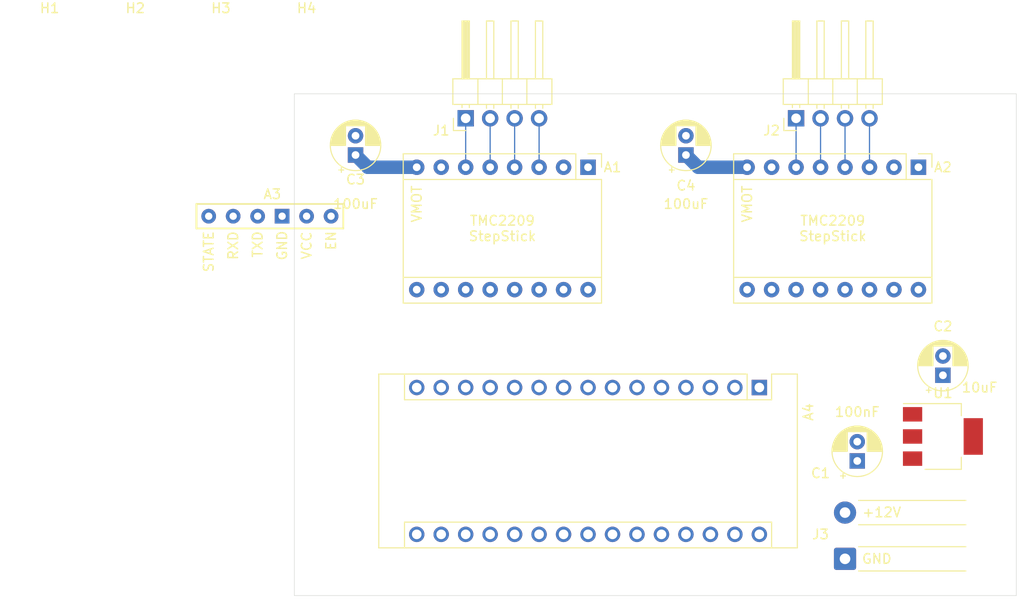
<source format=kicad_pcb>
(kicad_pcb (version 20171130) (host pcbnew "(5.1.6)-1")

  (general
    (thickness 1.6)
    (drawings 14)
    (tracks 12)
    (zones 0)
    (modules 16)
    (nets 41)
  )

  (page A4)
  (layers
    (0 F.Cu signal)
    (31 B.Cu signal)
    (32 B.Adhes user)
    (33 F.Adhes user)
    (34 B.Paste user)
    (35 F.Paste user)
    (36 B.SilkS user)
    (37 F.SilkS user)
    (38 B.Mask user)
    (39 F.Mask user)
    (40 Dwgs.User user)
    (41 Cmts.User user)
    (42 Eco1.User user)
    (43 Eco2.User user)
    (44 Edge.Cuts user)
    (45 Margin user)
    (46 B.CrtYd user)
    (47 F.CrtYd user)
    (48 B.Fab user)
    (49 F.Fab user)
  )

  (setup
    (last_trace_width 0.127)
    (user_trace_width 0.15)
    (user_trace_width 0.2)
    (user_trace_width 0.4)
    (user_trace_width 0.6)
    (trace_clearance 0.127)
    (zone_clearance 0.508)
    (zone_45_only no)
    (trace_min 0.127)
    (via_size 0.6)
    (via_drill 0.3)
    (via_min_size 0.6)
    (via_min_drill 0.3)
    (user_via 0.6 0.3)
    (user_via 0.9 0.4)
    (uvia_size 0.6858)
    (uvia_drill 0.3302)
    (uvias_allowed no)
    (uvia_min_size 0.2)
    (uvia_min_drill 0.1)
    (edge_width 0.05)
    (segment_width 0.2)
    (pcb_text_width 0.3)
    (pcb_text_size 1.5 1.5)
    (mod_edge_width 0.12)
    (mod_text_size 1 1)
    (mod_text_width 0.15)
    (pad_size 1.524 1.524)
    (pad_drill 0.762)
    (pad_to_mask_clearance 0)
    (solder_mask_min_width 0.12)
    (aux_axis_origin 0 0)
    (visible_elements 7FFFFFFF)
    (pcbplotparams
      (layerselection 0x010fc_ffffffff)
      (usegerberextensions false)
      (usegerberattributes true)
      (usegerberadvancedattributes true)
      (creategerberjobfile true)
      (excludeedgelayer true)
      (linewidth 0.100000)
      (plotframeref false)
      (viasonmask false)
      (mode 1)
      (useauxorigin false)
      (hpglpennumber 1)
      (hpglpenspeed 20)
      (hpglpendiameter 15.000000)
      (psnegative false)
      (psa4output false)
      (plotreference true)
      (plotvalue true)
      (plotinvisibletext false)
      (padsonsilk false)
      (subtractmaskfromsilk false)
      (outputformat 1)
      (mirror false)
      (drillshape 1)
      (scaleselection 1)
      (outputdirectory ""))
  )

  (net 0 "")
  (net 1 GND)
  (net 2 +5V)
  (net 3 MS1)
  (net 4 "Net-(A1-Pad3)")
  (net 5 MS2)
  (net 6 "Net-(A1-Pad4)")
  (net 7 MS3)
  (net 8 "Net-(A1-Pad5)")
  (net 9 "Net-(A1-Pad13)")
  (net 10 "Net-(A1-Pad6)")
  (net 11 M1STEP)
  (net 12 +12V)
  (net 13 M1DIR)
  (net 14 M2DIR)
  (net 15 M2STEP)
  (net 16 "Net-(A2-Pad13)")
  (net 17 "Net-(A2-Pad6)")
  (net 18 "Net-(A2-Pad5)")
  (net 19 "Net-(A2-Pad4)")
  (net 20 "Net-(A2-Pad3)")
  (net 21 "Net-(A4-Pad17)")
  (net 22 "Net-(A4-Pad18)")
  (net 23 "Net-(A4-Pad3)")
  (net 24 "Net-(A4-Pad19)")
  (net 25 "Net-(A4-Pad20)")
  (net 26 "Net-(A4-Pad21)")
  (net 27 "Net-(A4-Pad22)")
  (net 28 "Net-(A4-Pad23)")
  (net 29 "Net-(A4-Pad24)")
  (net 30 "Net-(A4-Pad25)")
  (net 31 "Net-(A4-Pad26)")
  (net 32 "Net-(A4-Pad28)")
  (net 33 "Net-(A4-Pad30)")
  (net 34 "Net-(A4-Pad16)")
  (net 35 MOT_EN)
  (net 36 "Net-(A3-Pad6)")
  (net 37 "Net-(A3-Pad1)")
  (net 38 "Net-(A3-Pad2)")
  (net 39 "Net-(A3-Pad3)")
  (net 40 "Net-(A4-Pad15)")

  (net_class Default "This is the default net class."
    (clearance 0.127)
    (trace_width 0.127)
    (via_dia 0.6)
    (via_drill 0.3)
    (uvia_dia 0.6858)
    (uvia_drill 0.3302)
    (diff_pair_width 0.1524)
    (diff_pair_gap 0.254)
    (add_net GND)
    (add_net M1DIR)
    (add_net M1STEP)
    (add_net M2DIR)
    (add_net M2STEP)
    (add_net MOT_EN)
    (add_net MS1)
    (add_net MS2)
    (add_net MS3)
    (add_net "Net-(A1-Pad13)")
    (add_net "Net-(A1-Pad3)")
    (add_net "Net-(A1-Pad4)")
    (add_net "Net-(A1-Pad5)")
    (add_net "Net-(A1-Pad6)")
    (add_net "Net-(A2-Pad13)")
    (add_net "Net-(A2-Pad3)")
    (add_net "Net-(A2-Pad4)")
    (add_net "Net-(A2-Pad5)")
    (add_net "Net-(A2-Pad6)")
    (add_net "Net-(A3-Pad1)")
    (add_net "Net-(A3-Pad2)")
    (add_net "Net-(A3-Pad3)")
    (add_net "Net-(A3-Pad6)")
    (add_net "Net-(A4-Pad15)")
    (add_net "Net-(A4-Pad16)")
    (add_net "Net-(A4-Pad17)")
    (add_net "Net-(A4-Pad18)")
    (add_net "Net-(A4-Pad19)")
    (add_net "Net-(A4-Pad20)")
    (add_net "Net-(A4-Pad21)")
    (add_net "Net-(A4-Pad22)")
    (add_net "Net-(A4-Pad23)")
    (add_net "Net-(A4-Pad24)")
    (add_net "Net-(A4-Pad25)")
    (add_net "Net-(A4-Pad26)")
    (add_net "Net-(A4-Pad28)")
    (add_net "Net-(A4-Pad3)")
    (add_net "Net-(A4-Pad30)")
  )

  (net_class +12V ""
    (clearance 0.127)
    (trace_width 1.397)
    (via_dia 0.6)
    (via_drill 0.3)
    (uvia_dia 0.6858)
    (uvia_drill 0.3302)
    (diff_pair_width 0.1524)
    (diff_pair_gap 0.254)
    (add_net +12V)
  )

  (net_class +5V ""
    (clearance 0.127)
    (trace_width 0.2286)
    (via_dia 0.6)
    (via_drill 0.3)
    (uvia_dia 0.6858)
    (uvia_drill 0.3302)
    (diff_pair_width 0.1524)
    (diff_pair_gap 0.254)
    (add_net +5V)
  )

  (module Module:Pololu_Breakout-16_15.2x20.3mm (layer F.Cu) (tedit 58AB602C) (tstamp 5F5A1880)
    (at 105.41 36.83 270)
    (descr "Pololu Breakout 16-pin 15.2x20.3mm 0.6x0.8\\")
    (tags "Pololu Breakout")
    (path /5F59E02B)
    (fp_text reference A1 (at 0 -2.54 180) (layer F.SilkS)
      (effects (font (size 1 1) (thickness 0.15)))
    )
    (fp_text value Pololu_Breakout_A4988 (at 6.35 20.17 90) (layer F.Fab)
      (effects (font (size 1 1) (thickness 0.15)))
    )
    (fp_line (start 11.43 -1.4) (end 11.43 19.18) (layer F.SilkS) (width 0.12))
    (fp_line (start 1.27 1.27) (end 1.27 19.18) (layer F.SilkS) (width 0.12))
    (fp_line (start 0 -1.4) (end -1.4 -1.4) (layer F.SilkS) (width 0.12))
    (fp_line (start -1.4 -1.4) (end -1.4 0) (layer F.SilkS) (width 0.12))
    (fp_line (start 1.27 -1.4) (end 1.27 1.27) (layer F.SilkS) (width 0.12))
    (fp_line (start 1.27 1.27) (end -1.4 1.27) (layer F.SilkS) (width 0.12))
    (fp_line (start -1.4 1.27) (end -1.4 19.18) (layer F.SilkS) (width 0.12))
    (fp_line (start -1.4 19.18) (end 14.1 19.18) (layer F.SilkS) (width 0.12))
    (fp_line (start 14.1 19.18) (end 14.1 -1.4) (layer F.SilkS) (width 0.12))
    (fp_line (start 14.1 -1.4) (end 1.27 -1.4) (layer F.SilkS) (width 0.12))
    (fp_line (start -1.27 0) (end 0 -1.27) (layer F.Fab) (width 0.1))
    (fp_line (start 0 -1.27) (end 13.97 -1.27) (layer F.Fab) (width 0.1))
    (fp_line (start 13.97 -1.27) (end 13.97 19.05) (layer F.Fab) (width 0.1))
    (fp_line (start 13.97 19.05) (end -1.27 19.05) (layer F.Fab) (width 0.1))
    (fp_line (start -1.27 19.05) (end -1.27 0) (layer F.Fab) (width 0.1))
    (fp_line (start -1.53 -1.52) (end 14.21 -1.52) (layer F.CrtYd) (width 0.05))
    (fp_line (start -1.53 -1.52) (end -1.53 19.3) (layer F.CrtYd) (width 0.05))
    (fp_line (start 14.21 19.3) (end 14.21 -1.52) (layer F.CrtYd) (width 0.05))
    (fp_line (start 14.21 19.3) (end -1.53 19.3) (layer F.CrtYd) (width 0.05))
    (fp_text user %R (at 6.35 0 90) (layer F.Fab)
      (effects (font (size 1 1) (thickness 0.15)))
    )
    (pad 1 thru_hole rect (at 0 0 270) (size 1.6 1.6) (drill 0.8) (layers *.Cu *.Mask)
      (net 1 GND))
    (pad 9 thru_hole oval (at 12.7 17.78 270) (size 1.6 1.6) (drill 0.8) (layers *.Cu *.Mask)
      (net 35 MOT_EN))
    (pad 2 thru_hole oval (at 0 2.54 270) (size 1.6 1.6) (drill 0.8) (layers *.Cu *.Mask)
      (net 2 +5V))
    (pad 10 thru_hole oval (at 12.7 15.24 270) (size 1.6 1.6) (drill 0.8) (layers *.Cu *.Mask)
      (net 3 MS1))
    (pad 3 thru_hole oval (at 0 5.08 270) (size 1.6 1.6) (drill 0.8) (layers *.Cu *.Mask)
      (net 4 "Net-(A1-Pad3)"))
    (pad 11 thru_hole oval (at 12.7 12.7 270) (size 1.6 1.6) (drill 0.8) (layers *.Cu *.Mask)
      (net 5 MS2))
    (pad 4 thru_hole oval (at 0 7.62 270) (size 1.6 1.6) (drill 0.8) (layers *.Cu *.Mask)
      (net 6 "Net-(A1-Pad4)"))
    (pad 12 thru_hole oval (at 12.7 10.16 270) (size 1.6 1.6) (drill 0.8) (layers *.Cu *.Mask)
      (net 7 MS3))
    (pad 5 thru_hole oval (at 0 10.16 270) (size 1.6 1.6) (drill 0.8) (layers *.Cu *.Mask)
      (net 8 "Net-(A1-Pad5)"))
    (pad 13 thru_hole oval (at 12.7 7.62 270) (size 1.6 1.6) (drill 0.8) (layers *.Cu *.Mask)
      (net 9 "Net-(A1-Pad13)"))
    (pad 6 thru_hole oval (at 0 12.7 270) (size 1.6 1.6) (drill 0.8) (layers *.Cu *.Mask)
      (net 10 "Net-(A1-Pad6)"))
    (pad 14 thru_hole oval (at 12.7 5.08 270) (size 1.6 1.6) (drill 0.8) (layers *.Cu *.Mask)
      (net 9 "Net-(A1-Pad13)"))
    (pad 7 thru_hole oval (at 0 15.24 270) (size 1.6 1.6) (drill 0.8) (layers *.Cu *.Mask)
      (net 1 GND))
    (pad 15 thru_hole oval (at 12.7 2.54 270) (size 1.6 1.6) (drill 0.8) (layers *.Cu *.Mask)
      (net 11 M1STEP))
    (pad 8 thru_hole oval (at 0 17.78 270) (size 1.6 1.6) (drill 0.8) (layers *.Cu *.Mask)
      (net 12 +12V))
    (pad 16 thru_hole oval (at 12.7 0 270) (size 1.6 1.6) (drill 0.8) (layers *.Cu *.Mask)
      (net 13 M1DIR))
    (model ${KISYS3DMOD}/Module.3dshapes/Pololu_Breakout-16_15.2x20.3mm.wrl
      (at (xyz 0 0 0))
      (scale (xyz 1 1 1))
      (rotate (xyz 0 0 0))
    )
  )

  (module Module:Pololu_Breakout-16_15.2x20.3mm (layer F.Cu) (tedit 58AB602C) (tstamp 5F5A70CF)
    (at 139.7 36.83 270)
    (descr "Pololu Breakout 16-pin 15.2x20.3mm 0.6x0.8\\")
    (tags "Pololu Breakout")
    (path /5F5A58E9)
    (fp_text reference A2 (at 0 -2.54 180) (layer F.SilkS)
      (effects (font (size 1 1) (thickness 0.15)))
    )
    (fp_text value Pololu_Breakout_A4988 (at 6.35 20.17 90) (layer F.Fab)
      (effects (font (size 1 1) (thickness 0.15)))
    )
    (fp_line (start 14.21 19.3) (end -1.53 19.3) (layer F.CrtYd) (width 0.05))
    (fp_line (start 14.21 19.3) (end 14.21 -1.52) (layer F.CrtYd) (width 0.05))
    (fp_line (start -1.53 -1.52) (end -1.53 19.3) (layer F.CrtYd) (width 0.05))
    (fp_line (start -1.53 -1.52) (end 14.21 -1.52) (layer F.CrtYd) (width 0.05))
    (fp_line (start -1.27 19.05) (end -1.27 0) (layer F.Fab) (width 0.1))
    (fp_line (start 13.97 19.05) (end -1.27 19.05) (layer F.Fab) (width 0.1))
    (fp_line (start 13.97 -1.27) (end 13.97 19.05) (layer F.Fab) (width 0.1))
    (fp_line (start 0 -1.27) (end 13.97 -1.27) (layer F.Fab) (width 0.1))
    (fp_line (start -1.27 0) (end 0 -1.27) (layer F.Fab) (width 0.1))
    (fp_line (start 14.1 -1.4) (end 1.27 -1.4) (layer F.SilkS) (width 0.12))
    (fp_line (start 14.1 19.18) (end 14.1 -1.4) (layer F.SilkS) (width 0.12))
    (fp_line (start -1.4 19.18) (end 14.1 19.18) (layer F.SilkS) (width 0.12))
    (fp_line (start -1.4 1.27) (end -1.4 19.18) (layer F.SilkS) (width 0.12))
    (fp_line (start 1.27 1.27) (end -1.4 1.27) (layer F.SilkS) (width 0.12))
    (fp_line (start 1.27 -1.4) (end 1.27 1.27) (layer F.SilkS) (width 0.12))
    (fp_line (start -1.4 -1.4) (end -1.4 0) (layer F.SilkS) (width 0.12))
    (fp_line (start 0 -1.4) (end -1.4 -1.4) (layer F.SilkS) (width 0.12))
    (fp_line (start 1.27 1.27) (end 1.27 19.18) (layer F.SilkS) (width 0.12))
    (fp_line (start 11.43 -1.4) (end 11.43 19.18) (layer F.SilkS) (width 0.12))
    (fp_text user %R (at 6.35 0 90) (layer F.Fab)
      (effects (font (size 1 1) (thickness 0.15)))
    )
    (pad 16 thru_hole oval (at 12.7 0 270) (size 1.6 1.6) (drill 0.8) (layers *.Cu *.Mask)
      (net 14 M2DIR))
    (pad 8 thru_hole oval (at 0 17.78 270) (size 1.6 1.6) (drill 0.8) (layers *.Cu *.Mask)
      (net 12 +12V))
    (pad 15 thru_hole oval (at 12.7 2.54 270) (size 1.6 1.6) (drill 0.8) (layers *.Cu *.Mask)
      (net 15 M2STEP))
    (pad 7 thru_hole oval (at 0 15.24 270) (size 1.6 1.6) (drill 0.8) (layers *.Cu *.Mask)
      (net 1 GND))
    (pad 14 thru_hole oval (at 12.7 5.08 270) (size 1.6 1.6) (drill 0.8) (layers *.Cu *.Mask)
      (net 16 "Net-(A2-Pad13)"))
    (pad 6 thru_hole oval (at 0 12.7 270) (size 1.6 1.6) (drill 0.8) (layers *.Cu *.Mask)
      (net 17 "Net-(A2-Pad6)"))
    (pad 13 thru_hole oval (at 12.7 7.62 270) (size 1.6 1.6) (drill 0.8) (layers *.Cu *.Mask)
      (net 16 "Net-(A2-Pad13)"))
    (pad 5 thru_hole oval (at 0 10.16 270) (size 1.6 1.6) (drill 0.8) (layers *.Cu *.Mask)
      (net 18 "Net-(A2-Pad5)"))
    (pad 12 thru_hole oval (at 12.7 10.16 270) (size 1.6 1.6) (drill 0.8) (layers *.Cu *.Mask)
      (net 7 MS3))
    (pad 4 thru_hole oval (at 0 7.62 270) (size 1.6 1.6) (drill 0.8) (layers *.Cu *.Mask)
      (net 19 "Net-(A2-Pad4)"))
    (pad 11 thru_hole oval (at 12.7 12.7 270) (size 1.6 1.6) (drill 0.8) (layers *.Cu *.Mask)
      (net 5 MS2))
    (pad 3 thru_hole oval (at 0 5.08 270) (size 1.6 1.6) (drill 0.8) (layers *.Cu *.Mask)
      (net 20 "Net-(A2-Pad3)"))
    (pad 10 thru_hole oval (at 12.7 15.24 270) (size 1.6 1.6) (drill 0.8) (layers *.Cu *.Mask)
      (net 3 MS1))
    (pad 2 thru_hole oval (at 0 2.54 270) (size 1.6 1.6) (drill 0.8) (layers *.Cu *.Mask)
      (net 2 +5V))
    (pad 9 thru_hole oval (at 12.7 17.78 270) (size 1.6 1.6) (drill 0.8) (layers *.Cu *.Mask)
      (net 35 MOT_EN))
    (pad 1 thru_hole rect (at 0 0 270) (size 1.6 1.6) (drill 0.8) (layers *.Cu *.Mask)
      (net 1 GND))
    (model ${KISYS3DMOD}/Module.3dshapes/Pololu_Breakout-16_15.2x20.3mm.wrl
      (at (xyz 0 0 0))
      (scale (xyz 1 1 1))
      (rotate (xyz 0 0 0))
    )
  )

  (module Astrotracker_Mainboard:HC08-Breakout (layer F.Cu) (tedit 5F592382) (tstamp 5F59A466)
    (at 72.39 41.91)
    (path /5F5AE50D)
    (fp_text reference A3 (at 0.254 -2.286) (layer F.SilkS)
      (effects (font (size 1 1) (thickness 0.15)))
    )
    (fp_text value HC-08 (at 0 7.112) (layer F.Fab)
      (effects (font (size 1 1) (thickness 0.15)))
    )
    (fp_line (start 7.62 1.27) (end 7.62 -1.27) (layer F.Fab) (width 0.127))
    (fp_line (start -7.62 -1.27) (end -7.62 1.27) (layer F.Fab) (width 0.127))
    (fp_line (start 7.62 -1.27) (end -7.62 -1.27) (layer F.Fab) (width 0.127))
    (fp_line (start -7.62 1.27) (end 7.62 1.27) (layer F.Fab) (width 0.12))
    (fp_line (start -7.62 1.27) (end 7.62 1.27) (layer F.SilkS) (width 0.1778))
    (fp_line (start 7.62 1.27) (end 7.62 -1.27) (layer F.SilkS) (width 0.1778))
    (fp_line (start 7.62 -1.27) (end -7.62 -1.27) (layer F.SilkS) (width 0.1778))
    (fp_line (start -7.62 -1.27) (end -7.62 1.27) (layer F.SilkS) (width 0.2032))
    (fp_text user STATE (at -6.35 3.683 90) (layer F.SilkS)
      (effects (font (size 1 1) (thickness 0.15)))
    )
    (fp_text user RXD (at -3.81 3.048 270) (layer F.SilkS)
      (effects (font (size 1 1) (thickness 0.15)))
    )
    (fp_text user TXD (at -1.27 2.921 90) (layer F.SilkS)
      (effects (font (size 1 1) (thickness 0.15)))
    )
    (fp_text user GND (at 1.27 3.048 90) (layer F.SilkS)
      (effects (font (size 1 1) (thickness 0.15)))
    )
    (fp_text user VCC (at 3.81 3.048 90) (layer F.SilkS)
      (effects (font (size 1 1) (thickness 0.15)))
    )
    (fp_text user EN (at 6.35 2.54 90) (layer F.SilkS)
      (effects (font (size 1 1) (thickness 0.15)))
    )
    (pad 6 thru_hole circle (at 6.35 0) (size 1.524 1.524) (drill 0.762) (layers *.Cu *.Mask)
      (net 36 "Net-(A3-Pad6)"))
    (pad 1 thru_hole circle (at -6.35 0) (size 1.524 1.524) (drill 0.762) (layers *.Cu *.Mask)
      (net 37 "Net-(A3-Pad1)"))
    (pad 5 thru_hole circle (at 3.81 0) (size 1.524 1.524) (drill 0.762) (layers *.Cu *.Mask)
      (net 2 +5V))
    (pad 2 thru_hole circle (at -3.81 0) (size 1.524 1.524) (drill 0.762) (layers *.Cu *.Mask)
      (net 38 "Net-(A3-Pad2)"))
    (pad 4 thru_hole rect (at 1.27 0) (size 1.524 1.524) (drill 0.762) (layers *.Cu *.Mask)
      (net 1 GND))
    (pad 3 thru_hole circle (at -1.27 0) (size 1.524 1.524) (drill 0.762) (layers *.Cu *.Mask)
      (net 39 "Net-(A3-Pad3)"))
  )

  (module Module:Arduino_Nano (layer F.Cu) (tedit 58ACAF70) (tstamp 5F59B571)
    (at 123.19 59.69 270)
    (descr "Arduino Nano, http://www.mouser.com/pdfdocs/Gravitech_Arduino_Nano3_0.pdf")
    (tags "Arduino Nano")
    (path /5F5A9693)
    (fp_text reference A4 (at 2.54 -5.08 90) (layer F.SilkS)
      (effects (font (size 1 1) (thickness 0.15)))
    )
    (fp_text value Arduino_Nano_v3.x (at 8.89 19.05) (layer F.Fab)
      (effects (font (size 1 1) (thickness 0.15)))
    )
    (fp_line (start 1.27 1.27) (end 1.27 -1.27) (layer F.SilkS) (width 0.12))
    (fp_line (start 1.27 -1.27) (end -1.4 -1.27) (layer F.SilkS) (width 0.12))
    (fp_line (start -1.4 1.27) (end -1.4 39.5) (layer F.SilkS) (width 0.12))
    (fp_line (start -1.4 -3.94) (end -1.4 -1.27) (layer F.SilkS) (width 0.12))
    (fp_line (start 13.97 -1.27) (end 16.64 -1.27) (layer F.SilkS) (width 0.12))
    (fp_line (start 13.97 -1.27) (end 13.97 36.83) (layer F.SilkS) (width 0.12))
    (fp_line (start 13.97 36.83) (end 16.64 36.83) (layer F.SilkS) (width 0.12))
    (fp_line (start 1.27 1.27) (end -1.4 1.27) (layer F.SilkS) (width 0.12))
    (fp_line (start 1.27 1.27) (end 1.27 36.83) (layer F.SilkS) (width 0.12))
    (fp_line (start 1.27 36.83) (end -1.4 36.83) (layer F.SilkS) (width 0.12))
    (fp_line (start 3.81 31.75) (end 11.43 31.75) (layer F.Fab) (width 0.1))
    (fp_line (start 11.43 31.75) (end 11.43 41.91) (layer F.Fab) (width 0.1))
    (fp_line (start 11.43 41.91) (end 3.81 41.91) (layer F.Fab) (width 0.1))
    (fp_line (start 3.81 41.91) (end 3.81 31.75) (layer F.Fab) (width 0.1))
    (fp_line (start -1.4 39.5) (end 16.64 39.5) (layer F.SilkS) (width 0.12))
    (fp_line (start 16.64 39.5) (end 16.64 -3.94) (layer F.SilkS) (width 0.12))
    (fp_line (start 16.64 -3.94) (end -1.4 -3.94) (layer F.SilkS) (width 0.12))
    (fp_line (start 16.51 39.37) (end -1.27 39.37) (layer F.Fab) (width 0.1))
    (fp_line (start -1.27 39.37) (end -1.27 -2.54) (layer F.Fab) (width 0.1))
    (fp_line (start -1.27 -2.54) (end 0 -3.81) (layer F.Fab) (width 0.1))
    (fp_line (start 0 -3.81) (end 16.51 -3.81) (layer F.Fab) (width 0.1))
    (fp_line (start 16.51 -3.81) (end 16.51 39.37) (layer F.Fab) (width 0.1))
    (fp_line (start -1.53 -4.06) (end 16.75 -4.06) (layer F.CrtYd) (width 0.05))
    (fp_line (start -1.53 -4.06) (end -1.53 42.16) (layer F.CrtYd) (width 0.05))
    (fp_line (start 16.75 42.16) (end 16.75 -4.06) (layer F.CrtYd) (width 0.05))
    (fp_line (start 16.75 42.16) (end -1.53 42.16) (layer F.CrtYd) (width 0.05))
    (fp_text user %R (at 6.35 19.05) (layer F.Fab)
      (effects (font (size 1 1) (thickness 0.15)))
    )
    (pad 1 thru_hole rect (at 0 0 270) (size 1.6 1.6) (drill 1) (layers *.Cu *.Mask)
      (net 38 "Net-(A3-Pad2)"))
    (pad 17 thru_hole oval (at 15.24 33.02 270) (size 1.6 1.6) (drill 1) (layers *.Cu *.Mask)
      (net 21 "Net-(A4-Pad17)"))
    (pad 2 thru_hole oval (at 0 2.54 270) (size 1.6 1.6) (drill 1) (layers *.Cu *.Mask)
      (net 39 "Net-(A3-Pad3)"))
    (pad 18 thru_hole oval (at 15.24 30.48 270) (size 1.6 1.6) (drill 1) (layers *.Cu *.Mask)
      (net 22 "Net-(A4-Pad18)"))
    (pad 3 thru_hole oval (at 0 5.08 270) (size 1.6 1.6) (drill 1) (layers *.Cu *.Mask)
      (net 23 "Net-(A4-Pad3)"))
    (pad 19 thru_hole oval (at 15.24 27.94 270) (size 1.6 1.6) (drill 1) (layers *.Cu *.Mask)
      (net 24 "Net-(A4-Pad19)"))
    (pad 4 thru_hole oval (at 0 7.62 270) (size 1.6 1.6) (drill 1) (layers *.Cu *.Mask)
      (net 1 GND))
    (pad 20 thru_hole oval (at 15.24 25.4 270) (size 1.6 1.6) (drill 1) (layers *.Cu *.Mask)
      (net 25 "Net-(A4-Pad20)"))
    (pad 5 thru_hole oval (at 0 10.16 270) (size 1.6 1.6) (drill 1) (layers *.Cu *.Mask)
      (net 37 "Net-(A3-Pad1)"))
    (pad 21 thru_hole oval (at 15.24 22.86 270) (size 1.6 1.6) (drill 1) (layers *.Cu *.Mask)
      (net 26 "Net-(A4-Pad21)"))
    (pad 6 thru_hole oval (at 0 12.7 270) (size 1.6 1.6) (drill 1) (layers *.Cu *.Mask)
      (net 36 "Net-(A3-Pad6)"))
    (pad 22 thru_hole oval (at 15.24 20.32 270) (size 1.6 1.6) (drill 1) (layers *.Cu *.Mask)
      (net 27 "Net-(A4-Pad22)"))
    (pad 7 thru_hole oval (at 0 15.24 270) (size 1.6 1.6) (drill 1) (layers *.Cu *.Mask)
      (net 11 M1STEP))
    (pad 23 thru_hole oval (at 15.24 17.78 270) (size 1.6 1.6) (drill 1) (layers *.Cu *.Mask)
      (net 28 "Net-(A4-Pad23)"))
    (pad 8 thru_hole oval (at 0 17.78 270) (size 1.6 1.6) (drill 1) (layers *.Cu *.Mask)
      (net 13 M1DIR))
    (pad 24 thru_hole oval (at 15.24 15.24 270) (size 1.6 1.6) (drill 1) (layers *.Cu *.Mask)
      (net 29 "Net-(A4-Pad24)"))
    (pad 9 thru_hole oval (at 0 20.32 270) (size 1.6 1.6) (drill 1) (layers *.Cu *.Mask)
      (net 15 M2STEP))
    (pad 25 thru_hole oval (at 15.24 12.7 270) (size 1.6 1.6) (drill 1) (layers *.Cu *.Mask)
      (net 30 "Net-(A4-Pad25)"))
    (pad 10 thru_hole oval (at 0 22.86 270) (size 1.6 1.6) (drill 1) (layers *.Cu *.Mask)
      (net 14 M2DIR))
    (pad 26 thru_hole oval (at 15.24 10.16 270) (size 1.6 1.6) (drill 1) (layers *.Cu *.Mask)
      (net 31 "Net-(A4-Pad26)"))
    (pad 11 thru_hole oval (at 0 25.4 270) (size 1.6 1.6) (drill 1) (layers *.Cu *.Mask)
      (net 35 MOT_EN))
    (pad 27 thru_hole oval (at 15.24 7.62 270) (size 1.6 1.6) (drill 1) (layers *.Cu *.Mask)
      (net 2 +5V))
    (pad 12 thru_hole oval (at 0 27.94 270) (size 1.6 1.6) (drill 1) (layers *.Cu *.Mask)
      (net 7 MS3))
    (pad 28 thru_hole oval (at 15.24 5.08 270) (size 1.6 1.6) (drill 1) (layers *.Cu *.Mask)
      (net 32 "Net-(A4-Pad28)"))
    (pad 13 thru_hole oval (at 0 30.48 270) (size 1.6 1.6) (drill 1) (layers *.Cu *.Mask)
      (net 5 MS2))
    (pad 29 thru_hole oval (at 15.24 2.54 270) (size 1.6 1.6) (drill 1) (layers *.Cu *.Mask)
      (net 1 GND))
    (pad 14 thru_hole oval (at 0 33.02 270) (size 1.6 1.6) (drill 1) (layers *.Cu *.Mask)
      (net 3 MS1))
    (pad 30 thru_hole oval (at 15.24 0 270) (size 1.6 1.6) (drill 1) (layers *.Cu *.Mask)
      (net 33 "Net-(A4-Pad30)"))
    (pad 15 thru_hole oval (at 0 35.56 270) (size 1.6 1.6) (drill 1) (layers *.Cu *.Mask)
      (net 40 "Net-(A4-Pad15)"))
    (pad 16 thru_hole oval (at 15.24 35.56 270) (size 1.6 1.6) (drill 1) (layers *.Cu *.Mask)
      (net 34 "Net-(A4-Pad16)"))
    (model ${KISYS3DMOD}/Module.3dshapes/Arduino_Nano_WithMountingHoles.wrl
      (at (xyz 0 0 0))
      (scale (xyz 1 1 1))
      (rotate (xyz 0 0 0))
    )
  )

  (module Capacitor_THT:CP_Radial_D5.0mm_P2.00mm (layer F.Cu) (tedit 5AE50EF0) (tstamp 5F5A19C5)
    (at 133.35 67.31 90)
    (descr "CP, Radial series, Radial, pin pitch=2.00mm, , diameter=5mm, Electrolytic Capacitor")
    (tags "CP Radial series Radial pin pitch 2.00mm  diameter 5mm Electrolytic Capacitor")
    (path /5F581C10)
    (fp_text reference C1 (at -1.27 -3.81 180) (layer F.SilkS)
      (effects (font (size 1 1) (thickness 0.15)))
    )
    (fp_text value 100nF (at 1 3.75 90) (layer F.Fab)
      (effects (font (size 1 1) (thickness 0.15)))
    )
    (fp_circle (center 1 0) (end 3.5 0) (layer F.Fab) (width 0.1))
    (fp_circle (center 1 0) (end 3.62 0) (layer F.SilkS) (width 0.12))
    (fp_circle (center 1 0) (end 3.75 0) (layer F.CrtYd) (width 0.05))
    (fp_line (start -1.133605 -1.0875) (end -0.633605 -1.0875) (layer F.Fab) (width 0.1))
    (fp_line (start -0.883605 -1.3375) (end -0.883605 -0.8375) (layer F.Fab) (width 0.1))
    (fp_line (start 1 1.04) (end 1 2.58) (layer F.SilkS) (width 0.12))
    (fp_line (start 1 -2.58) (end 1 -1.04) (layer F.SilkS) (width 0.12))
    (fp_line (start 1.04 1.04) (end 1.04 2.58) (layer F.SilkS) (width 0.12))
    (fp_line (start 1.04 -2.58) (end 1.04 -1.04) (layer F.SilkS) (width 0.12))
    (fp_line (start 1.08 -2.579) (end 1.08 -1.04) (layer F.SilkS) (width 0.12))
    (fp_line (start 1.08 1.04) (end 1.08 2.579) (layer F.SilkS) (width 0.12))
    (fp_line (start 1.12 -2.578) (end 1.12 -1.04) (layer F.SilkS) (width 0.12))
    (fp_line (start 1.12 1.04) (end 1.12 2.578) (layer F.SilkS) (width 0.12))
    (fp_line (start 1.16 -2.576) (end 1.16 -1.04) (layer F.SilkS) (width 0.12))
    (fp_line (start 1.16 1.04) (end 1.16 2.576) (layer F.SilkS) (width 0.12))
    (fp_line (start 1.2 -2.573) (end 1.2 -1.04) (layer F.SilkS) (width 0.12))
    (fp_line (start 1.2 1.04) (end 1.2 2.573) (layer F.SilkS) (width 0.12))
    (fp_line (start 1.24 -2.569) (end 1.24 -1.04) (layer F.SilkS) (width 0.12))
    (fp_line (start 1.24 1.04) (end 1.24 2.569) (layer F.SilkS) (width 0.12))
    (fp_line (start 1.28 -2.565) (end 1.28 -1.04) (layer F.SilkS) (width 0.12))
    (fp_line (start 1.28 1.04) (end 1.28 2.565) (layer F.SilkS) (width 0.12))
    (fp_line (start 1.32 -2.561) (end 1.32 -1.04) (layer F.SilkS) (width 0.12))
    (fp_line (start 1.32 1.04) (end 1.32 2.561) (layer F.SilkS) (width 0.12))
    (fp_line (start 1.36 -2.556) (end 1.36 -1.04) (layer F.SilkS) (width 0.12))
    (fp_line (start 1.36 1.04) (end 1.36 2.556) (layer F.SilkS) (width 0.12))
    (fp_line (start 1.4 -2.55) (end 1.4 -1.04) (layer F.SilkS) (width 0.12))
    (fp_line (start 1.4 1.04) (end 1.4 2.55) (layer F.SilkS) (width 0.12))
    (fp_line (start 1.44 -2.543) (end 1.44 -1.04) (layer F.SilkS) (width 0.12))
    (fp_line (start 1.44 1.04) (end 1.44 2.543) (layer F.SilkS) (width 0.12))
    (fp_line (start 1.48 -2.536) (end 1.48 -1.04) (layer F.SilkS) (width 0.12))
    (fp_line (start 1.48 1.04) (end 1.48 2.536) (layer F.SilkS) (width 0.12))
    (fp_line (start 1.52 -2.528) (end 1.52 -1.04) (layer F.SilkS) (width 0.12))
    (fp_line (start 1.52 1.04) (end 1.52 2.528) (layer F.SilkS) (width 0.12))
    (fp_line (start 1.56 -2.52) (end 1.56 -1.04) (layer F.SilkS) (width 0.12))
    (fp_line (start 1.56 1.04) (end 1.56 2.52) (layer F.SilkS) (width 0.12))
    (fp_line (start 1.6 -2.511) (end 1.6 -1.04) (layer F.SilkS) (width 0.12))
    (fp_line (start 1.6 1.04) (end 1.6 2.511) (layer F.SilkS) (width 0.12))
    (fp_line (start 1.64 -2.501) (end 1.64 -1.04) (layer F.SilkS) (width 0.12))
    (fp_line (start 1.64 1.04) (end 1.64 2.501) (layer F.SilkS) (width 0.12))
    (fp_line (start 1.68 -2.491) (end 1.68 -1.04) (layer F.SilkS) (width 0.12))
    (fp_line (start 1.68 1.04) (end 1.68 2.491) (layer F.SilkS) (width 0.12))
    (fp_line (start 1.721 -2.48) (end 1.721 -1.04) (layer F.SilkS) (width 0.12))
    (fp_line (start 1.721 1.04) (end 1.721 2.48) (layer F.SilkS) (width 0.12))
    (fp_line (start 1.761 -2.468) (end 1.761 -1.04) (layer F.SilkS) (width 0.12))
    (fp_line (start 1.761 1.04) (end 1.761 2.468) (layer F.SilkS) (width 0.12))
    (fp_line (start 1.801 -2.455) (end 1.801 -1.04) (layer F.SilkS) (width 0.12))
    (fp_line (start 1.801 1.04) (end 1.801 2.455) (layer F.SilkS) (width 0.12))
    (fp_line (start 1.841 -2.442) (end 1.841 -1.04) (layer F.SilkS) (width 0.12))
    (fp_line (start 1.841 1.04) (end 1.841 2.442) (layer F.SilkS) (width 0.12))
    (fp_line (start 1.881 -2.428) (end 1.881 -1.04) (layer F.SilkS) (width 0.12))
    (fp_line (start 1.881 1.04) (end 1.881 2.428) (layer F.SilkS) (width 0.12))
    (fp_line (start 1.921 -2.414) (end 1.921 -1.04) (layer F.SilkS) (width 0.12))
    (fp_line (start 1.921 1.04) (end 1.921 2.414) (layer F.SilkS) (width 0.12))
    (fp_line (start 1.961 -2.398) (end 1.961 -1.04) (layer F.SilkS) (width 0.12))
    (fp_line (start 1.961 1.04) (end 1.961 2.398) (layer F.SilkS) (width 0.12))
    (fp_line (start 2.001 -2.382) (end 2.001 -1.04) (layer F.SilkS) (width 0.12))
    (fp_line (start 2.001 1.04) (end 2.001 2.382) (layer F.SilkS) (width 0.12))
    (fp_line (start 2.041 -2.365) (end 2.041 -1.04) (layer F.SilkS) (width 0.12))
    (fp_line (start 2.041 1.04) (end 2.041 2.365) (layer F.SilkS) (width 0.12))
    (fp_line (start 2.081 -2.348) (end 2.081 -1.04) (layer F.SilkS) (width 0.12))
    (fp_line (start 2.081 1.04) (end 2.081 2.348) (layer F.SilkS) (width 0.12))
    (fp_line (start 2.121 -2.329) (end 2.121 -1.04) (layer F.SilkS) (width 0.12))
    (fp_line (start 2.121 1.04) (end 2.121 2.329) (layer F.SilkS) (width 0.12))
    (fp_line (start 2.161 -2.31) (end 2.161 -1.04) (layer F.SilkS) (width 0.12))
    (fp_line (start 2.161 1.04) (end 2.161 2.31) (layer F.SilkS) (width 0.12))
    (fp_line (start 2.201 -2.29) (end 2.201 -1.04) (layer F.SilkS) (width 0.12))
    (fp_line (start 2.201 1.04) (end 2.201 2.29) (layer F.SilkS) (width 0.12))
    (fp_line (start 2.241 -2.268) (end 2.241 -1.04) (layer F.SilkS) (width 0.12))
    (fp_line (start 2.241 1.04) (end 2.241 2.268) (layer F.SilkS) (width 0.12))
    (fp_line (start 2.281 -2.247) (end 2.281 -1.04) (layer F.SilkS) (width 0.12))
    (fp_line (start 2.281 1.04) (end 2.281 2.247) (layer F.SilkS) (width 0.12))
    (fp_line (start 2.321 -2.224) (end 2.321 -1.04) (layer F.SilkS) (width 0.12))
    (fp_line (start 2.321 1.04) (end 2.321 2.224) (layer F.SilkS) (width 0.12))
    (fp_line (start 2.361 -2.2) (end 2.361 -1.04) (layer F.SilkS) (width 0.12))
    (fp_line (start 2.361 1.04) (end 2.361 2.2) (layer F.SilkS) (width 0.12))
    (fp_line (start 2.401 -2.175) (end 2.401 -1.04) (layer F.SilkS) (width 0.12))
    (fp_line (start 2.401 1.04) (end 2.401 2.175) (layer F.SilkS) (width 0.12))
    (fp_line (start 2.441 -2.149) (end 2.441 -1.04) (layer F.SilkS) (width 0.12))
    (fp_line (start 2.441 1.04) (end 2.441 2.149) (layer F.SilkS) (width 0.12))
    (fp_line (start 2.481 -2.122) (end 2.481 -1.04) (layer F.SilkS) (width 0.12))
    (fp_line (start 2.481 1.04) (end 2.481 2.122) (layer F.SilkS) (width 0.12))
    (fp_line (start 2.521 -2.095) (end 2.521 -1.04) (layer F.SilkS) (width 0.12))
    (fp_line (start 2.521 1.04) (end 2.521 2.095) (layer F.SilkS) (width 0.12))
    (fp_line (start 2.561 -2.065) (end 2.561 -1.04) (layer F.SilkS) (width 0.12))
    (fp_line (start 2.561 1.04) (end 2.561 2.065) (layer F.SilkS) (width 0.12))
    (fp_line (start 2.601 -2.035) (end 2.601 -1.04) (layer F.SilkS) (width 0.12))
    (fp_line (start 2.601 1.04) (end 2.601 2.035) (layer F.SilkS) (width 0.12))
    (fp_line (start 2.641 -2.004) (end 2.641 -1.04) (layer F.SilkS) (width 0.12))
    (fp_line (start 2.641 1.04) (end 2.641 2.004) (layer F.SilkS) (width 0.12))
    (fp_line (start 2.681 -1.971) (end 2.681 -1.04) (layer F.SilkS) (width 0.12))
    (fp_line (start 2.681 1.04) (end 2.681 1.971) (layer F.SilkS) (width 0.12))
    (fp_line (start 2.721 -1.937) (end 2.721 -1.04) (layer F.SilkS) (width 0.12))
    (fp_line (start 2.721 1.04) (end 2.721 1.937) (layer F.SilkS) (width 0.12))
    (fp_line (start 2.761 -1.901) (end 2.761 -1.04) (layer F.SilkS) (width 0.12))
    (fp_line (start 2.761 1.04) (end 2.761 1.901) (layer F.SilkS) (width 0.12))
    (fp_line (start 2.801 -1.864) (end 2.801 -1.04) (layer F.SilkS) (width 0.12))
    (fp_line (start 2.801 1.04) (end 2.801 1.864) (layer F.SilkS) (width 0.12))
    (fp_line (start 2.841 -1.826) (end 2.841 -1.04) (layer F.SilkS) (width 0.12))
    (fp_line (start 2.841 1.04) (end 2.841 1.826) (layer F.SilkS) (width 0.12))
    (fp_line (start 2.881 -1.785) (end 2.881 -1.04) (layer F.SilkS) (width 0.12))
    (fp_line (start 2.881 1.04) (end 2.881 1.785) (layer F.SilkS) (width 0.12))
    (fp_line (start 2.921 -1.743) (end 2.921 -1.04) (layer F.SilkS) (width 0.12))
    (fp_line (start 2.921 1.04) (end 2.921 1.743) (layer F.SilkS) (width 0.12))
    (fp_line (start 2.961 -1.699) (end 2.961 -1.04) (layer F.SilkS) (width 0.12))
    (fp_line (start 2.961 1.04) (end 2.961 1.699) (layer F.SilkS) (width 0.12))
    (fp_line (start 3.001 -1.653) (end 3.001 -1.04) (layer F.SilkS) (width 0.12))
    (fp_line (start 3.001 1.04) (end 3.001 1.653) (layer F.SilkS) (width 0.12))
    (fp_line (start 3.041 -1.605) (end 3.041 1.605) (layer F.SilkS) (width 0.12))
    (fp_line (start 3.081 -1.554) (end 3.081 1.554) (layer F.SilkS) (width 0.12))
    (fp_line (start 3.121 -1.5) (end 3.121 1.5) (layer F.SilkS) (width 0.12))
    (fp_line (start 3.161 -1.443) (end 3.161 1.443) (layer F.SilkS) (width 0.12))
    (fp_line (start 3.201 -1.383) (end 3.201 1.383) (layer F.SilkS) (width 0.12))
    (fp_line (start 3.241 -1.319) (end 3.241 1.319) (layer F.SilkS) (width 0.12))
    (fp_line (start 3.281 -1.251) (end 3.281 1.251) (layer F.SilkS) (width 0.12))
    (fp_line (start 3.321 -1.178) (end 3.321 1.178) (layer F.SilkS) (width 0.12))
    (fp_line (start 3.361 -1.098) (end 3.361 1.098) (layer F.SilkS) (width 0.12))
    (fp_line (start 3.401 -1.011) (end 3.401 1.011) (layer F.SilkS) (width 0.12))
    (fp_line (start 3.441 -0.915) (end 3.441 0.915) (layer F.SilkS) (width 0.12))
    (fp_line (start 3.481 -0.805) (end 3.481 0.805) (layer F.SilkS) (width 0.12))
    (fp_line (start 3.521 -0.677) (end 3.521 0.677) (layer F.SilkS) (width 0.12))
    (fp_line (start 3.561 -0.518) (end 3.561 0.518) (layer F.SilkS) (width 0.12))
    (fp_line (start 3.601 -0.284) (end 3.601 0.284) (layer F.SilkS) (width 0.12))
    (fp_line (start -1.804775 -1.475) (end -1.304775 -1.475) (layer F.SilkS) (width 0.12))
    (fp_line (start -1.554775 -1.725) (end -1.554775 -1.225) (layer F.SilkS) (width 0.12))
    (fp_text user %R (at 1 0 90) (layer F.Fab)
      (effects (font (size 1 1) (thickness 0.15)))
    )
    (pad 1 thru_hole rect (at 0 0 90) (size 1.6 1.6) (drill 0.8) (layers *.Cu *.Mask)
      (net 12 +12V))
    (pad 2 thru_hole circle (at 2 0 90) (size 1.6 1.6) (drill 0.8) (layers *.Cu *.Mask)
      (net 1 GND))
    (model ${KISYS3DMOD}/Capacitor_THT.3dshapes/CP_Radial_D5.0mm_P2.00mm.wrl
      (at (xyz 0 0 0))
      (scale (xyz 1 1 1))
      (rotate (xyz 0 0 0))
    )
  )

  (module Capacitor_THT:CP_Radial_D5.0mm_P2.00mm (layer F.Cu) (tedit 5AE50EF0) (tstamp 5F59FDEB)
    (at 142.24 58.42 90)
    (descr "CP, Radial series, Radial, pin pitch=2.00mm, , diameter=5mm, Electrolytic Capacitor")
    (tags "CP Radial series Radial pin pitch 2.00mm  diameter 5mm Electrolytic Capacitor")
    (path /5F5822E6)
    (fp_text reference C2 (at 5.08 0 180) (layer F.SilkS)
      (effects (font (size 1 1) (thickness 0.15)))
    )
    (fp_text value 10uF (at 1 3.75 90) (layer F.Fab)
      (effects (font (size 1 1) (thickness 0.15)))
    )
    (fp_line (start -1.554775 -1.725) (end -1.554775 -1.225) (layer F.SilkS) (width 0.12))
    (fp_line (start -1.804775 -1.475) (end -1.304775 -1.475) (layer F.SilkS) (width 0.12))
    (fp_line (start 3.601 -0.284) (end 3.601 0.284) (layer F.SilkS) (width 0.12))
    (fp_line (start 3.561 -0.518) (end 3.561 0.518) (layer F.SilkS) (width 0.12))
    (fp_line (start 3.521 -0.677) (end 3.521 0.677) (layer F.SilkS) (width 0.12))
    (fp_line (start 3.481 -0.805) (end 3.481 0.805) (layer F.SilkS) (width 0.12))
    (fp_line (start 3.441 -0.915) (end 3.441 0.915) (layer F.SilkS) (width 0.12))
    (fp_line (start 3.401 -1.011) (end 3.401 1.011) (layer F.SilkS) (width 0.12))
    (fp_line (start 3.361 -1.098) (end 3.361 1.098) (layer F.SilkS) (width 0.12))
    (fp_line (start 3.321 -1.178) (end 3.321 1.178) (layer F.SilkS) (width 0.12))
    (fp_line (start 3.281 -1.251) (end 3.281 1.251) (layer F.SilkS) (width 0.12))
    (fp_line (start 3.241 -1.319) (end 3.241 1.319) (layer F.SilkS) (width 0.12))
    (fp_line (start 3.201 -1.383) (end 3.201 1.383) (layer F.SilkS) (width 0.12))
    (fp_line (start 3.161 -1.443) (end 3.161 1.443) (layer F.SilkS) (width 0.12))
    (fp_line (start 3.121 -1.5) (end 3.121 1.5) (layer F.SilkS) (width 0.12))
    (fp_line (start 3.081 -1.554) (end 3.081 1.554) (layer F.SilkS) (width 0.12))
    (fp_line (start 3.041 -1.605) (end 3.041 1.605) (layer F.SilkS) (width 0.12))
    (fp_line (start 3.001 1.04) (end 3.001 1.653) (layer F.SilkS) (width 0.12))
    (fp_line (start 3.001 -1.653) (end 3.001 -1.04) (layer F.SilkS) (width 0.12))
    (fp_line (start 2.961 1.04) (end 2.961 1.699) (layer F.SilkS) (width 0.12))
    (fp_line (start 2.961 -1.699) (end 2.961 -1.04) (layer F.SilkS) (width 0.12))
    (fp_line (start 2.921 1.04) (end 2.921 1.743) (layer F.SilkS) (width 0.12))
    (fp_line (start 2.921 -1.743) (end 2.921 -1.04) (layer F.SilkS) (width 0.12))
    (fp_line (start 2.881 1.04) (end 2.881 1.785) (layer F.SilkS) (width 0.12))
    (fp_line (start 2.881 -1.785) (end 2.881 -1.04) (layer F.SilkS) (width 0.12))
    (fp_line (start 2.841 1.04) (end 2.841 1.826) (layer F.SilkS) (width 0.12))
    (fp_line (start 2.841 -1.826) (end 2.841 -1.04) (layer F.SilkS) (width 0.12))
    (fp_line (start 2.801 1.04) (end 2.801 1.864) (layer F.SilkS) (width 0.12))
    (fp_line (start 2.801 -1.864) (end 2.801 -1.04) (layer F.SilkS) (width 0.12))
    (fp_line (start 2.761 1.04) (end 2.761 1.901) (layer F.SilkS) (width 0.12))
    (fp_line (start 2.761 -1.901) (end 2.761 -1.04) (layer F.SilkS) (width 0.12))
    (fp_line (start 2.721 1.04) (end 2.721 1.937) (layer F.SilkS) (width 0.12))
    (fp_line (start 2.721 -1.937) (end 2.721 -1.04) (layer F.SilkS) (width 0.12))
    (fp_line (start 2.681 1.04) (end 2.681 1.971) (layer F.SilkS) (width 0.12))
    (fp_line (start 2.681 -1.971) (end 2.681 -1.04) (layer F.SilkS) (width 0.12))
    (fp_line (start 2.641 1.04) (end 2.641 2.004) (layer F.SilkS) (width 0.12))
    (fp_line (start 2.641 -2.004) (end 2.641 -1.04) (layer F.SilkS) (width 0.12))
    (fp_line (start 2.601 1.04) (end 2.601 2.035) (layer F.SilkS) (width 0.12))
    (fp_line (start 2.601 -2.035) (end 2.601 -1.04) (layer F.SilkS) (width 0.12))
    (fp_line (start 2.561 1.04) (end 2.561 2.065) (layer F.SilkS) (width 0.12))
    (fp_line (start 2.561 -2.065) (end 2.561 -1.04) (layer F.SilkS) (width 0.12))
    (fp_line (start 2.521 1.04) (end 2.521 2.095) (layer F.SilkS) (width 0.12))
    (fp_line (start 2.521 -2.095) (end 2.521 -1.04) (layer F.SilkS) (width 0.12))
    (fp_line (start 2.481 1.04) (end 2.481 2.122) (layer F.SilkS) (width 0.12))
    (fp_line (start 2.481 -2.122) (end 2.481 -1.04) (layer F.SilkS) (width 0.12))
    (fp_line (start 2.441 1.04) (end 2.441 2.149) (layer F.SilkS) (width 0.12))
    (fp_line (start 2.441 -2.149) (end 2.441 -1.04) (layer F.SilkS) (width 0.12))
    (fp_line (start 2.401 1.04) (end 2.401 2.175) (layer F.SilkS) (width 0.12))
    (fp_line (start 2.401 -2.175) (end 2.401 -1.04) (layer F.SilkS) (width 0.12))
    (fp_line (start 2.361 1.04) (end 2.361 2.2) (layer F.SilkS) (width 0.12))
    (fp_line (start 2.361 -2.2) (end 2.361 -1.04) (layer F.SilkS) (width 0.12))
    (fp_line (start 2.321 1.04) (end 2.321 2.224) (layer F.SilkS) (width 0.12))
    (fp_line (start 2.321 -2.224) (end 2.321 -1.04) (layer F.SilkS) (width 0.12))
    (fp_line (start 2.281 1.04) (end 2.281 2.247) (layer F.SilkS) (width 0.12))
    (fp_line (start 2.281 -2.247) (end 2.281 -1.04) (layer F.SilkS) (width 0.12))
    (fp_line (start 2.241 1.04) (end 2.241 2.268) (layer F.SilkS) (width 0.12))
    (fp_line (start 2.241 -2.268) (end 2.241 -1.04) (layer F.SilkS) (width 0.12))
    (fp_line (start 2.201 1.04) (end 2.201 2.29) (layer F.SilkS) (width 0.12))
    (fp_line (start 2.201 -2.29) (end 2.201 -1.04) (layer F.SilkS) (width 0.12))
    (fp_line (start 2.161 1.04) (end 2.161 2.31) (layer F.SilkS) (width 0.12))
    (fp_line (start 2.161 -2.31) (end 2.161 -1.04) (layer F.SilkS) (width 0.12))
    (fp_line (start 2.121 1.04) (end 2.121 2.329) (layer F.SilkS) (width 0.12))
    (fp_line (start 2.121 -2.329) (end 2.121 -1.04) (layer F.SilkS) (width 0.12))
    (fp_line (start 2.081 1.04) (end 2.081 2.348) (layer F.SilkS) (width 0.12))
    (fp_line (start 2.081 -2.348) (end 2.081 -1.04) (layer F.SilkS) (width 0.12))
    (fp_line (start 2.041 1.04) (end 2.041 2.365) (layer F.SilkS) (width 0.12))
    (fp_line (start 2.041 -2.365) (end 2.041 -1.04) (layer F.SilkS) (width 0.12))
    (fp_line (start 2.001 1.04) (end 2.001 2.382) (layer F.SilkS) (width 0.12))
    (fp_line (start 2.001 -2.382) (end 2.001 -1.04) (layer F.SilkS) (width 0.12))
    (fp_line (start 1.961 1.04) (end 1.961 2.398) (layer F.SilkS) (width 0.12))
    (fp_line (start 1.961 -2.398) (end 1.961 -1.04) (layer F.SilkS) (width 0.12))
    (fp_line (start 1.921 1.04) (end 1.921 2.414) (layer F.SilkS) (width 0.12))
    (fp_line (start 1.921 -2.414) (end 1.921 -1.04) (layer F.SilkS) (width 0.12))
    (fp_line (start 1.881 1.04) (end 1.881 2.428) (layer F.SilkS) (width 0.12))
    (fp_line (start 1.881 -2.428) (end 1.881 -1.04) (layer F.SilkS) (width 0.12))
    (fp_line (start 1.841 1.04) (end 1.841 2.442) (layer F.SilkS) (width 0.12))
    (fp_line (start 1.841 -2.442) (end 1.841 -1.04) (layer F.SilkS) (width 0.12))
    (fp_line (start 1.801 1.04) (end 1.801 2.455) (layer F.SilkS) (width 0.12))
    (fp_line (start 1.801 -2.455) (end 1.801 -1.04) (layer F.SilkS) (width 0.12))
    (fp_line (start 1.761 1.04) (end 1.761 2.468) (layer F.SilkS) (width 0.12))
    (fp_line (start 1.761 -2.468) (end 1.761 -1.04) (layer F.SilkS) (width 0.12))
    (fp_line (start 1.721 1.04) (end 1.721 2.48) (layer F.SilkS) (width 0.12))
    (fp_line (start 1.721 -2.48) (end 1.721 -1.04) (layer F.SilkS) (width 0.12))
    (fp_line (start 1.68 1.04) (end 1.68 2.491) (layer F.SilkS) (width 0.12))
    (fp_line (start 1.68 -2.491) (end 1.68 -1.04) (layer F.SilkS) (width 0.12))
    (fp_line (start 1.64 1.04) (end 1.64 2.501) (layer F.SilkS) (width 0.12))
    (fp_line (start 1.64 -2.501) (end 1.64 -1.04) (layer F.SilkS) (width 0.12))
    (fp_line (start 1.6 1.04) (end 1.6 2.511) (layer F.SilkS) (width 0.12))
    (fp_line (start 1.6 -2.511) (end 1.6 -1.04) (layer F.SilkS) (width 0.12))
    (fp_line (start 1.56 1.04) (end 1.56 2.52) (layer F.SilkS) (width 0.12))
    (fp_line (start 1.56 -2.52) (end 1.56 -1.04) (layer F.SilkS) (width 0.12))
    (fp_line (start 1.52 1.04) (end 1.52 2.528) (layer F.SilkS) (width 0.12))
    (fp_line (start 1.52 -2.528) (end 1.52 -1.04) (layer F.SilkS) (width 0.12))
    (fp_line (start 1.48 1.04) (end 1.48 2.536) (layer F.SilkS) (width 0.12))
    (fp_line (start 1.48 -2.536) (end 1.48 -1.04) (layer F.SilkS) (width 0.12))
    (fp_line (start 1.44 1.04) (end 1.44 2.543) (layer F.SilkS) (width 0.12))
    (fp_line (start 1.44 -2.543) (end 1.44 -1.04) (layer F.SilkS) (width 0.12))
    (fp_line (start 1.4 1.04) (end 1.4 2.55) (layer F.SilkS) (width 0.12))
    (fp_line (start 1.4 -2.55) (end 1.4 -1.04) (layer F.SilkS) (width 0.12))
    (fp_line (start 1.36 1.04) (end 1.36 2.556) (layer F.SilkS) (width 0.12))
    (fp_line (start 1.36 -2.556) (end 1.36 -1.04) (layer F.SilkS) (width 0.12))
    (fp_line (start 1.32 1.04) (end 1.32 2.561) (layer F.SilkS) (width 0.12))
    (fp_line (start 1.32 -2.561) (end 1.32 -1.04) (layer F.SilkS) (width 0.12))
    (fp_line (start 1.28 1.04) (end 1.28 2.565) (layer F.SilkS) (width 0.12))
    (fp_line (start 1.28 -2.565) (end 1.28 -1.04) (layer F.SilkS) (width 0.12))
    (fp_line (start 1.24 1.04) (end 1.24 2.569) (layer F.SilkS) (width 0.12))
    (fp_line (start 1.24 -2.569) (end 1.24 -1.04) (layer F.SilkS) (width 0.12))
    (fp_line (start 1.2 1.04) (end 1.2 2.573) (layer F.SilkS) (width 0.12))
    (fp_line (start 1.2 -2.573) (end 1.2 -1.04) (layer F.SilkS) (width 0.12))
    (fp_line (start 1.16 1.04) (end 1.16 2.576) (layer F.SilkS) (width 0.12))
    (fp_line (start 1.16 -2.576) (end 1.16 -1.04) (layer F.SilkS) (width 0.12))
    (fp_line (start 1.12 1.04) (end 1.12 2.578) (layer F.SilkS) (width 0.12))
    (fp_line (start 1.12 -2.578) (end 1.12 -1.04) (layer F.SilkS) (width 0.12))
    (fp_line (start 1.08 1.04) (end 1.08 2.579) (layer F.SilkS) (width 0.12))
    (fp_line (start 1.08 -2.579) (end 1.08 -1.04) (layer F.SilkS) (width 0.12))
    (fp_line (start 1.04 -2.58) (end 1.04 -1.04) (layer F.SilkS) (width 0.12))
    (fp_line (start 1.04 1.04) (end 1.04 2.58) (layer F.SilkS) (width 0.12))
    (fp_line (start 1 -2.58) (end 1 -1.04) (layer F.SilkS) (width 0.12))
    (fp_line (start 1 1.04) (end 1 2.58) (layer F.SilkS) (width 0.12))
    (fp_line (start -0.883605 -1.3375) (end -0.883605 -0.8375) (layer F.Fab) (width 0.1))
    (fp_line (start -1.133605 -1.0875) (end -0.633605 -1.0875) (layer F.Fab) (width 0.1))
    (fp_circle (center 1 0) (end 3.75 0) (layer F.CrtYd) (width 0.05))
    (fp_circle (center 1 0) (end 3.62 0) (layer F.SilkS) (width 0.12))
    (fp_circle (center 1 0) (end 3.5 0) (layer F.Fab) (width 0.1))
    (fp_text user %R (at 1 0 90) (layer F.Fab)
      (effects (font (size 1 1) (thickness 0.15)))
    )
    (pad 2 thru_hole circle (at 2 0 90) (size 1.6 1.6) (drill 0.8) (layers *.Cu *.Mask)
      (net 1 GND))
    (pad 1 thru_hole rect (at 0 0 90) (size 1.6 1.6) (drill 0.8) (layers *.Cu *.Mask)
      (net 2 +5V))
    (model ${KISYS3DMOD}/Capacitor_THT.3dshapes/CP_Radial_D5.0mm_P2.00mm.wrl
      (at (xyz 0 0 0))
      (scale (xyz 1 1 1))
      (rotate (xyz 0 0 0))
    )
  )

  (module Capacitor_THT:CP_Radial_D5.0mm_P2.00mm (layer F.Cu) (tedit 5AE50EF0) (tstamp 5F59E5E3)
    (at 81.28 35.56 90)
    (descr "CP, Radial series, Radial, pin pitch=2.00mm, , diameter=5mm, Electrolytic Capacitor")
    (tags "CP Radial series Radial pin pitch 2.00mm  diameter 5mm Electrolytic Capacitor")
    (path /5F5A196A)
    (fp_text reference C3 (at -2.54 0) (layer F.SilkS)
      (effects (font (size 1 1) (thickness 0.15)))
    )
    (fp_text value 100uF (at 1 3.75 90) (layer F.Fab)
      (effects (font (size 1 1) (thickness 0.15)))
    )
    (fp_circle (center 1 0) (end 3.5 0) (layer F.Fab) (width 0.1))
    (fp_circle (center 1 0) (end 3.62 0) (layer F.SilkS) (width 0.12))
    (fp_circle (center 1 0) (end 3.75 0) (layer F.CrtYd) (width 0.05))
    (fp_line (start -1.133605 -1.0875) (end -0.633605 -1.0875) (layer F.Fab) (width 0.1))
    (fp_line (start -0.883605 -1.3375) (end -0.883605 -0.8375) (layer F.Fab) (width 0.1))
    (fp_line (start 1 1.04) (end 1 2.58) (layer F.SilkS) (width 0.12))
    (fp_line (start 1 -2.58) (end 1 -1.04) (layer F.SilkS) (width 0.12))
    (fp_line (start 1.04 1.04) (end 1.04 2.58) (layer F.SilkS) (width 0.12))
    (fp_line (start 1.04 -2.58) (end 1.04 -1.04) (layer F.SilkS) (width 0.12))
    (fp_line (start 1.08 -2.579) (end 1.08 -1.04) (layer F.SilkS) (width 0.12))
    (fp_line (start 1.08 1.04) (end 1.08 2.579) (layer F.SilkS) (width 0.12))
    (fp_line (start 1.12 -2.578) (end 1.12 -1.04) (layer F.SilkS) (width 0.12))
    (fp_line (start 1.12 1.04) (end 1.12 2.578) (layer F.SilkS) (width 0.12))
    (fp_line (start 1.16 -2.576) (end 1.16 -1.04) (layer F.SilkS) (width 0.12))
    (fp_line (start 1.16 1.04) (end 1.16 2.576) (layer F.SilkS) (width 0.12))
    (fp_line (start 1.2 -2.573) (end 1.2 -1.04) (layer F.SilkS) (width 0.12))
    (fp_line (start 1.2 1.04) (end 1.2 2.573) (layer F.SilkS) (width 0.12))
    (fp_line (start 1.24 -2.569) (end 1.24 -1.04) (layer F.SilkS) (width 0.12))
    (fp_line (start 1.24 1.04) (end 1.24 2.569) (layer F.SilkS) (width 0.12))
    (fp_line (start 1.28 -2.565) (end 1.28 -1.04) (layer F.SilkS) (width 0.12))
    (fp_line (start 1.28 1.04) (end 1.28 2.565) (layer F.SilkS) (width 0.12))
    (fp_line (start 1.32 -2.561) (end 1.32 -1.04) (layer F.SilkS) (width 0.12))
    (fp_line (start 1.32 1.04) (end 1.32 2.561) (layer F.SilkS) (width 0.12))
    (fp_line (start 1.36 -2.556) (end 1.36 -1.04) (layer F.SilkS) (width 0.12))
    (fp_line (start 1.36 1.04) (end 1.36 2.556) (layer F.SilkS) (width 0.12))
    (fp_line (start 1.4 -2.55) (end 1.4 -1.04) (layer F.SilkS) (width 0.12))
    (fp_line (start 1.4 1.04) (end 1.4 2.55) (layer F.SilkS) (width 0.12))
    (fp_line (start 1.44 -2.543) (end 1.44 -1.04) (layer F.SilkS) (width 0.12))
    (fp_line (start 1.44 1.04) (end 1.44 2.543) (layer F.SilkS) (width 0.12))
    (fp_line (start 1.48 -2.536) (end 1.48 -1.04) (layer F.SilkS) (width 0.12))
    (fp_line (start 1.48 1.04) (end 1.48 2.536) (layer F.SilkS) (width 0.12))
    (fp_line (start 1.52 -2.528) (end 1.52 -1.04) (layer F.SilkS) (width 0.12))
    (fp_line (start 1.52 1.04) (end 1.52 2.528) (layer F.SilkS) (width 0.12))
    (fp_line (start 1.56 -2.52) (end 1.56 -1.04) (layer F.SilkS) (width 0.12))
    (fp_line (start 1.56 1.04) (end 1.56 2.52) (layer F.SilkS) (width 0.12))
    (fp_line (start 1.6 -2.511) (end 1.6 -1.04) (layer F.SilkS) (width 0.12))
    (fp_line (start 1.6 1.04) (end 1.6 2.511) (layer F.SilkS) (width 0.12))
    (fp_line (start 1.64 -2.501) (end 1.64 -1.04) (layer F.SilkS) (width 0.12))
    (fp_line (start 1.64 1.04) (end 1.64 2.501) (layer F.SilkS) (width 0.12))
    (fp_line (start 1.68 -2.491) (end 1.68 -1.04) (layer F.SilkS) (width 0.12))
    (fp_line (start 1.68 1.04) (end 1.68 2.491) (layer F.SilkS) (width 0.12))
    (fp_line (start 1.721 -2.48) (end 1.721 -1.04) (layer F.SilkS) (width 0.12))
    (fp_line (start 1.721 1.04) (end 1.721 2.48) (layer F.SilkS) (width 0.12))
    (fp_line (start 1.761 -2.468) (end 1.761 -1.04) (layer F.SilkS) (width 0.12))
    (fp_line (start 1.761 1.04) (end 1.761 2.468) (layer F.SilkS) (width 0.12))
    (fp_line (start 1.801 -2.455) (end 1.801 -1.04) (layer F.SilkS) (width 0.12))
    (fp_line (start 1.801 1.04) (end 1.801 2.455) (layer F.SilkS) (width 0.12))
    (fp_line (start 1.841 -2.442) (end 1.841 -1.04) (layer F.SilkS) (width 0.12))
    (fp_line (start 1.841 1.04) (end 1.841 2.442) (layer F.SilkS) (width 0.12))
    (fp_line (start 1.881 -2.428) (end 1.881 -1.04) (layer F.SilkS) (width 0.12))
    (fp_line (start 1.881 1.04) (end 1.881 2.428) (layer F.SilkS) (width 0.12))
    (fp_line (start 1.921 -2.414) (end 1.921 -1.04) (layer F.SilkS) (width 0.12))
    (fp_line (start 1.921 1.04) (end 1.921 2.414) (layer F.SilkS) (width 0.12))
    (fp_line (start 1.961 -2.398) (end 1.961 -1.04) (layer F.SilkS) (width 0.12))
    (fp_line (start 1.961 1.04) (end 1.961 2.398) (layer F.SilkS) (width 0.12))
    (fp_line (start 2.001 -2.382) (end 2.001 -1.04) (layer F.SilkS) (width 0.12))
    (fp_line (start 2.001 1.04) (end 2.001 2.382) (layer F.SilkS) (width 0.12))
    (fp_line (start 2.041 -2.365) (end 2.041 -1.04) (layer F.SilkS) (width 0.12))
    (fp_line (start 2.041 1.04) (end 2.041 2.365) (layer F.SilkS) (width 0.12))
    (fp_line (start 2.081 -2.348) (end 2.081 -1.04) (layer F.SilkS) (width 0.12))
    (fp_line (start 2.081 1.04) (end 2.081 2.348) (layer F.SilkS) (width 0.12))
    (fp_line (start 2.121 -2.329) (end 2.121 -1.04) (layer F.SilkS) (width 0.12))
    (fp_line (start 2.121 1.04) (end 2.121 2.329) (layer F.SilkS) (width 0.12))
    (fp_line (start 2.161 -2.31) (end 2.161 -1.04) (layer F.SilkS) (width 0.12))
    (fp_line (start 2.161 1.04) (end 2.161 2.31) (layer F.SilkS) (width 0.12))
    (fp_line (start 2.201 -2.29) (end 2.201 -1.04) (layer F.SilkS) (width 0.12))
    (fp_line (start 2.201 1.04) (end 2.201 2.29) (layer F.SilkS) (width 0.12))
    (fp_line (start 2.241 -2.268) (end 2.241 -1.04) (layer F.SilkS) (width 0.12))
    (fp_line (start 2.241 1.04) (end 2.241 2.268) (layer F.SilkS) (width 0.12))
    (fp_line (start 2.281 -2.247) (end 2.281 -1.04) (layer F.SilkS) (width 0.12))
    (fp_line (start 2.281 1.04) (end 2.281 2.247) (layer F.SilkS) (width 0.12))
    (fp_line (start 2.321 -2.224) (end 2.321 -1.04) (layer F.SilkS) (width 0.12))
    (fp_line (start 2.321 1.04) (end 2.321 2.224) (layer F.SilkS) (width 0.12))
    (fp_line (start 2.361 -2.2) (end 2.361 -1.04) (layer F.SilkS) (width 0.12))
    (fp_line (start 2.361 1.04) (end 2.361 2.2) (layer F.SilkS) (width 0.12))
    (fp_line (start 2.401 -2.175) (end 2.401 -1.04) (layer F.SilkS) (width 0.12))
    (fp_line (start 2.401 1.04) (end 2.401 2.175) (layer F.SilkS) (width 0.12))
    (fp_line (start 2.441 -2.149) (end 2.441 -1.04) (layer F.SilkS) (width 0.12))
    (fp_line (start 2.441 1.04) (end 2.441 2.149) (layer F.SilkS) (width 0.12))
    (fp_line (start 2.481 -2.122) (end 2.481 -1.04) (layer F.SilkS) (width 0.12))
    (fp_line (start 2.481 1.04) (end 2.481 2.122) (layer F.SilkS) (width 0.12))
    (fp_line (start 2.521 -2.095) (end 2.521 -1.04) (layer F.SilkS) (width 0.12))
    (fp_line (start 2.521 1.04) (end 2.521 2.095) (layer F.SilkS) (width 0.12))
    (fp_line (start 2.561 -2.065) (end 2.561 -1.04) (layer F.SilkS) (width 0.12))
    (fp_line (start 2.561 1.04) (end 2.561 2.065) (layer F.SilkS) (width 0.12))
    (fp_line (start 2.601 -2.035) (end 2.601 -1.04) (layer F.SilkS) (width 0.12))
    (fp_line (start 2.601 1.04) (end 2.601 2.035) (layer F.SilkS) (width 0.12))
    (fp_line (start 2.641 -2.004) (end 2.641 -1.04) (layer F.SilkS) (width 0.12))
    (fp_line (start 2.641 1.04) (end 2.641 2.004) (layer F.SilkS) (width 0.12))
    (fp_line (start 2.681 -1.971) (end 2.681 -1.04) (layer F.SilkS) (width 0.12))
    (fp_line (start 2.681 1.04) (end 2.681 1.971) (layer F.SilkS) (width 0.12))
    (fp_line (start 2.721 -1.937) (end 2.721 -1.04) (layer F.SilkS) (width 0.12))
    (fp_line (start 2.721 1.04) (end 2.721 1.937) (layer F.SilkS) (width 0.12))
    (fp_line (start 2.761 -1.901) (end 2.761 -1.04) (layer F.SilkS) (width 0.12))
    (fp_line (start 2.761 1.04) (end 2.761 1.901) (layer F.SilkS) (width 0.12))
    (fp_line (start 2.801 -1.864) (end 2.801 -1.04) (layer F.SilkS) (width 0.12))
    (fp_line (start 2.801 1.04) (end 2.801 1.864) (layer F.SilkS) (width 0.12))
    (fp_line (start 2.841 -1.826) (end 2.841 -1.04) (layer F.SilkS) (width 0.12))
    (fp_line (start 2.841 1.04) (end 2.841 1.826) (layer F.SilkS) (width 0.12))
    (fp_line (start 2.881 -1.785) (end 2.881 -1.04) (layer F.SilkS) (width 0.12))
    (fp_line (start 2.881 1.04) (end 2.881 1.785) (layer F.SilkS) (width 0.12))
    (fp_line (start 2.921 -1.743) (end 2.921 -1.04) (layer F.SilkS) (width 0.12))
    (fp_line (start 2.921 1.04) (end 2.921 1.743) (layer F.SilkS) (width 0.12))
    (fp_line (start 2.961 -1.699) (end 2.961 -1.04) (layer F.SilkS) (width 0.12))
    (fp_line (start 2.961 1.04) (end 2.961 1.699) (layer F.SilkS) (width 0.12))
    (fp_line (start 3.001 -1.653) (end 3.001 -1.04) (layer F.SilkS) (width 0.12))
    (fp_line (start 3.001 1.04) (end 3.001 1.653) (layer F.SilkS) (width 0.12))
    (fp_line (start 3.041 -1.605) (end 3.041 1.605) (layer F.SilkS) (width 0.12))
    (fp_line (start 3.081 -1.554) (end 3.081 1.554) (layer F.SilkS) (width 0.12))
    (fp_line (start 3.121 -1.5) (end 3.121 1.5) (layer F.SilkS) (width 0.12))
    (fp_line (start 3.161 -1.443) (end 3.161 1.443) (layer F.SilkS) (width 0.12))
    (fp_line (start 3.201 -1.383) (end 3.201 1.383) (layer F.SilkS) (width 0.12))
    (fp_line (start 3.241 -1.319) (end 3.241 1.319) (layer F.SilkS) (width 0.12))
    (fp_line (start 3.281 -1.251) (end 3.281 1.251) (layer F.SilkS) (width 0.12))
    (fp_line (start 3.321 -1.178) (end 3.321 1.178) (layer F.SilkS) (width 0.12))
    (fp_line (start 3.361 -1.098) (end 3.361 1.098) (layer F.SilkS) (width 0.12))
    (fp_line (start 3.401 -1.011) (end 3.401 1.011) (layer F.SilkS) (width 0.12))
    (fp_line (start 3.441 -0.915) (end 3.441 0.915) (layer F.SilkS) (width 0.12))
    (fp_line (start 3.481 -0.805) (end 3.481 0.805) (layer F.SilkS) (width 0.12))
    (fp_line (start 3.521 -0.677) (end 3.521 0.677) (layer F.SilkS) (width 0.12))
    (fp_line (start 3.561 -0.518) (end 3.561 0.518) (layer F.SilkS) (width 0.12))
    (fp_line (start 3.601 -0.284) (end 3.601 0.284) (layer F.SilkS) (width 0.12))
    (fp_line (start -1.804775 -1.475) (end -1.304775 -1.475) (layer F.SilkS) (width 0.12))
    (fp_line (start -1.554775 -1.725) (end -1.554775 -1.225) (layer F.SilkS) (width 0.12))
    (fp_text user %R (at 1 0 90) (layer F.Fab)
      (effects (font (size 1 1) (thickness 0.15)))
    )
    (pad 1 thru_hole rect (at 0 0 90) (size 1.6 1.6) (drill 0.8) (layers *.Cu *.Mask)
      (net 12 +12V))
    (pad 2 thru_hole circle (at 2 0 90) (size 1.6 1.6) (drill 0.8) (layers *.Cu *.Mask)
      (net 1 GND))
    (model ${KISYS3DMOD}/Capacitor_THT.3dshapes/CP_Radial_D5.0mm_P2.00mm.wrl
      (at (xyz 0 0 0))
      (scale (xyz 1 1 1))
      (rotate (xyz 0 0 0))
    )
  )

  (module Capacitor_THT:CP_Radial_D5.0mm_P2.00mm (layer F.Cu) (tedit 5AE50EF0) (tstamp 5F5A1B4B)
    (at 115.57 35.56 90)
    (descr "CP, Radial series, Radial, pin pitch=2.00mm, , diameter=5mm, Electrolytic Capacitor")
    (tags "CP Radial series Radial pin pitch 2.00mm  diameter 5mm Electrolytic Capacitor")
    (path /5F5A292B)
    (fp_text reference C4 (at -3.175 0) (layer F.SilkS)
      (effects (font (size 1 1) (thickness 0.15)))
    )
    (fp_text value 100uF (at 1 3.75 90) (layer F.Fab)
      (effects (font (size 1 1) (thickness 0.15)))
    )
    (fp_line (start -1.554775 -1.725) (end -1.554775 -1.225) (layer F.SilkS) (width 0.12))
    (fp_line (start -1.804775 -1.475) (end -1.304775 -1.475) (layer F.SilkS) (width 0.12))
    (fp_line (start 3.601 -0.284) (end 3.601 0.284) (layer F.SilkS) (width 0.12))
    (fp_line (start 3.561 -0.518) (end 3.561 0.518) (layer F.SilkS) (width 0.12))
    (fp_line (start 3.521 -0.677) (end 3.521 0.677) (layer F.SilkS) (width 0.12))
    (fp_line (start 3.481 -0.805) (end 3.481 0.805) (layer F.SilkS) (width 0.12))
    (fp_line (start 3.441 -0.915) (end 3.441 0.915) (layer F.SilkS) (width 0.12))
    (fp_line (start 3.401 -1.011) (end 3.401 1.011) (layer F.SilkS) (width 0.12))
    (fp_line (start 3.361 -1.098) (end 3.361 1.098) (layer F.SilkS) (width 0.12))
    (fp_line (start 3.321 -1.178) (end 3.321 1.178) (layer F.SilkS) (width 0.12))
    (fp_line (start 3.281 -1.251) (end 3.281 1.251) (layer F.SilkS) (width 0.12))
    (fp_line (start 3.241 -1.319) (end 3.241 1.319) (layer F.SilkS) (width 0.12))
    (fp_line (start 3.201 -1.383) (end 3.201 1.383) (layer F.SilkS) (width 0.12))
    (fp_line (start 3.161 -1.443) (end 3.161 1.443) (layer F.SilkS) (width 0.12))
    (fp_line (start 3.121 -1.5) (end 3.121 1.5) (layer F.SilkS) (width 0.12))
    (fp_line (start 3.081 -1.554) (end 3.081 1.554) (layer F.SilkS) (width 0.12))
    (fp_line (start 3.041 -1.605) (end 3.041 1.605) (layer F.SilkS) (width 0.12))
    (fp_line (start 3.001 1.04) (end 3.001 1.653) (layer F.SilkS) (width 0.12))
    (fp_line (start 3.001 -1.653) (end 3.001 -1.04) (layer F.SilkS) (width 0.12))
    (fp_line (start 2.961 1.04) (end 2.961 1.699) (layer F.SilkS) (width 0.12))
    (fp_line (start 2.961 -1.699) (end 2.961 -1.04) (layer F.SilkS) (width 0.12))
    (fp_line (start 2.921 1.04) (end 2.921 1.743) (layer F.SilkS) (width 0.12))
    (fp_line (start 2.921 -1.743) (end 2.921 -1.04) (layer F.SilkS) (width 0.12))
    (fp_line (start 2.881 1.04) (end 2.881 1.785) (layer F.SilkS) (width 0.12))
    (fp_line (start 2.881 -1.785) (end 2.881 -1.04) (layer F.SilkS) (width 0.12))
    (fp_line (start 2.841 1.04) (end 2.841 1.826) (layer F.SilkS) (width 0.12))
    (fp_line (start 2.841 -1.826) (end 2.841 -1.04) (layer F.SilkS) (width 0.12))
    (fp_line (start 2.801 1.04) (end 2.801 1.864) (layer F.SilkS) (width 0.12))
    (fp_line (start 2.801 -1.864) (end 2.801 -1.04) (layer F.SilkS) (width 0.12))
    (fp_line (start 2.761 1.04) (end 2.761 1.901) (layer F.SilkS) (width 0.12))
    (fp_line (start 2.761 -1.901) (end 2.761 -1.04) (layer F.SilkS) (width 0.12))
    (fp_line (start 2.721 1.04) (end 2.721 1.937) (layer F.SilkS) (width 0.12))
    (fp_line (start 2.721 -1.937) (end 2.721 -1.04) (layer F.SilkS) (width 0.12))
    (fp_line (start 2.681 1.04) (end 2.681 1.971) (layer F.SilkS) (width 0.12))
    (fp_line (start 2.681 -1.971) (end 2.681 -1.04) (layer F.SilkS) (width 0.12))
    (fp_line (start 2.641 1.04) (end 2.641 2.004) (layer F.SilkS) (width 0.12))
    (fp_line (start 2.641 -2.004) (end 2.641 -1.04) (layer F.SilkS) (width 0.12))
    (fp_line (start 2.601 1.04) (end 2.601 2.035) (layer F.SilkS) (width 0.12))
    (fp_line (start 2.601 -2.035) (end 2.601 -1.04) (layer F.SilkS) (width 0.12))
    (fp_line (start 2.561 1.04) (end 2.561 2.065) (layer F.SilkS) (width 0.12))
    (fp_line (start 2.561 -2.065) (end 2.561 -1.04) (layer F.SilkS) (width 0.12))
    (fp_line (start 2.521 1.04) (end 2.521 2.095) (layer F.SilkS) (width 0.12))
    (fp_line (start 2.521 -2.095) (end 2.521 -1.04) (layer F.SilkS) (width 0.12))
    (fp_line (start 2.481 1.04) (end 2.481 2.122) (layer F.SilkS) (width 0.12))
    (fp_line (start 2.481 -2.122) (end 2.481 -1.04) (layer F.SilkS) (width 0.12))
    (fp_line (start 2.441 1.04) (end 2.441 2.149) (layer F.SilkS) (width 0.12))
    (fp_line (start 2.441 -2.149) (end 2.441 -1.04) (layer F.SilkS) (width 0.12))
    (fp_line (start 2.401 1.04) (end 2.401 2.175) (layer F.SilkS) (width 0.12))
    (fp_line (start 2.401 -2.175) (end 2.401 -1.04) (layer F.SilkS) (width 0.12))
    (fp_line (start 2.361 1.04) (end 2.361 2.2) (layer F.SilkS) (width 0.12))
    (fp_line (start 2.361 -2.2) (end 2.361 -1.04) (layer F.SilkS) (width 0.12))
    (fp_line (start 2.321 1.04) (end 2.321 2.224) (layer F.SilkS) (width 0.12))
    (fp_line (start 2.321 -2.224) (end 2.321 -1.04) (layer F.SilkS) (width 0.12))
    (fp_line (start 2.281 1.04) (end 2.281 2.247) (layer F.SilkS) (width 0.12))
    (fp_line (start 2.281 -2.247) (end 2.281 -1.04) (layer F.SilkS) (width 0.12))
    (fp_line (start 2.241 1.04) (end 2.241 2.268) (layer F.SilkS) (width 0.12))
    (fp_line (start 2.241 -2.268) (end 2.241 -1.04) (layer F.SilkS) (width 0.12))
    (fp_line (start 2.201 1.04) (end 2.201 2.29) (layer F.SilkS) (width 0.12))
    (fp_line (start 2.201 -2.29) (end 2.201 -1.04) (layer F.SilkS) (width 0.12))
    (fp_line (start 2.161 1.04) (end 2.161 2.31) (layer F.SilkS) (width 0.12))
    (fp_line (start 2.161 -2.31) (end 2.161 -1.04) (layer F.SilkS) (width 0.12))
    (fp_line (start 2.121 1.04) (end 2.121 2.329) (layer F.SilkS) (width 0.12))
    (fp_line (start 2.121 -2.329) (end 2.121 -1.04) (layer F.SilkS) (width 0.12))
    (fp_line (start 2.081 1.04) (end 2.081 2.348) (layer F.SilkS) (width 0.12))
    (fp_line (start 2.081 -2.348) (end 2.081 -1.04) (layer F.SilkS) (width 0.12))
    (fp_line (start 2.041 1.04) (end 2.041 2.365) (layer F.SilkS) (width 0.12))
    (fp_line (start 2.041 -2.365) (end 2.041 -1.04) (layer F.SilkS) (width 0.12))
    (fp_line (start 2.001 1.04) (end 2.001 2.382) (layer F.SilkS) (width 0.12))
    (fp_line (start 2.001 -2.382) (end 2.001 -1.04) (layer F.SilkS) (width 0.12))
    (fp_line (start 1.961 1.04) (end 1.961 2.398) (layer F.SilkS) (width 0.12))
    (fp_line (start 1.961 -2.398) (end 1.961 -1.04) (layer F.SilkS) (width 0.12))
    (fp_line (start 1.921 1.04) (end 1.921 2.414) (layer F.SilkS) (width 0.12))
    (fp_line (start 1.921 -2.414) (end 1.921 -1.04) (layer F.SilkS) (width 0.12))
    (fp_line (start 1.881 1.04) (end 1.881 2.428) (layer F.SilkS) (width 0.12))
    (fp_line (start 1.881 -2.428) (end 1.881 -1.04) (layer F.SilkS) (width 0.12))
    (fp_line (start 1.841 1.04) (end 1.841 2.442) (layer F.SilkS) (width 0.12))
    (fp_line (start 1.841 -2.442) (end 1.841 -1.04) (layer F.SilkS) (width 0.12))
    (fp_line (start 1.801 1.04) (end 1.801 2.455) (layer F.SilkS) (width 0.12))
    (fp_line (start 1.801 -2.455) (end 1.801 -1.04) (layer F.SilkS) (width 0.12))
    (fp_line (start 1.761 1.04) (end 1.761 2.468) (layer F.SilkS) (width 0.12))
    (fp_line (start 1.761 -2.468) (end 1.761 -1.04) (layer F.SilkS) (width 0.12))
    (fp_line (start 1.721 1.04) (end 1.721 2.48) (layer F.SilkS) (width 0.12))
    (fp_line (start 1.721 -2.48) (end 1.721 -1.04) (layer F.SilkS) (width 0.12))
    (fp_line (start 1.68 1.04) (end 1.68 2.491) (layer F.SilkS) (width 0.12))
    (fp_line (start 1.68 -2.491) (end 1.68 -1.04) (layer F.SilkS) (width 0.12))
    (fp_line (start 1.64 1.04) (end 1.64 2.501) (layer F.SilkS) (width 0.12))
    (fp_line (start 1.64 -2.501) (end 1.64 -1.04) (layer F.SilkS) (width 0.12))
    (fp_line (start 1.6 1.04) (end 1.6 2.511) (layer F.SilkS) (width 0.12))
    (fp_line (start 1.6 -2.511) (end 1.6 -1.04) (layer F.SilkS) (width 0.12))
    (fp_line (start 1.56 1.04) (end 1.56 2.52) (layer F.SilkS) (width 0.12))
    (fp_line (start 1.56 -2.52) (end 1.56 -1.04) (layer F.SilkS) (width 0.12))
    (fp_line (start 1.52 1.04) (end 1.52 2.528) (layer F.SilkS) (width 0.12))
    (fp_line (start 1.52 -2.528) (end 1.52 -1.04) (layer F.SilkS) (width 0.12))
    (fp_line (start 1.48 1.04) (end 1.48 2.536) (layer F.SilkS) (width 0.12))
    (fp_line (start 1.48 -2.536) (end 1.48 -1.04) (layer F.SilkS) (width 0.12))
    (fp_line (start 1.44 1.04) (end 1.44 2.543) (layer F.SilkS) (width 0.12))
    (fp_line (start 1.44 -2.543) (end 1.44 -1.04) (layer F.SilkS) (width 0.12))
    (fp_line (start 1.4 1.04) (end 1.4 2.55) (layer F.SilkS) (width 0.12))
    (fp_line (start 1.4 -2.55) (end 1.4 -1.04) (layer F.SilkS) (width 0.12))
    (fp_line (start 1.36 1.04) (end 1.36 2.556) (layer F.SilkS) (width 0.12))
    (fp_line (start 1.36 -2.556) (end 1.36 -1.04) (layer F.SilkS) (width 0.12))
    (fp_line (start 1.32 1.04) (end 1.32 2.561) (layer F.SilkS) (width 0.12))
    (fp_line (start 1.32 -2.561) (end 1.32 -1.04) (layer F.SilkS) (width 0.12))
    (fp_line (start 1.28 1.04) (end 1.28 2.565) (layer F.SilkS) (width 0.12))
    (fp_line (start 1.28 -2.565) (end 1.28 -1.04) (layer F.SilkS) (width 0.12))
    (fp_line (start 1.24 1.04) (end 1.24 2.569) (layer F.SilkS) (width 0.12))
    (fp_line (start 1.24 -2.569) (end 1.24 -1.04) (layer F.SilkS) (width 0.12))
    (fp_line (start 1.2 1.04) (end 1.2 2.573) (layer F.SilkS) (width 0.12))
    (fp_line (start 1.2 -2.573) (end 1.2 -1.04) (layer F.SilkS) (width 0.12))
    (fp_line (start 1.16 1.04) (end 1.16 2.576) (layer F.SilkS) (width 0.12))
    (fp_line (start 1.16 -2.576) (end 1.16 -1.04) (layer F.SilkS) (width 0.12))
    (fp_line (start 1.12 1.04) (end 1.12 2.578) (layer F.SilkS) (width 0.12))
    (fp_line (start 1.12 -2.578) (end 1.12 -1.04) (layer F.SilkS) (width 0.12))
    (fp_line (start 1.08 1.04) (end 1.08 2.579) (layer F.SilkS) (width 0.12))
    (fp_line (start 1.08 -2.579) (end 1.08 -1.04) (layer F.SilkS) (width 0.12))
    (fp_line (start 1.04 -2.58) (end 1.04 -1.04) (layer F.SilkS) (width 0.12))
    (fp_line (start 1.04 1.04) (end 1.04 2.58) (layer F.SilkS) (width 0.12))
    (fp_line (start 1 -2.58) (end 1 -1.04) (layer F.SilkS) (width 0.12))
    (fp_line (start 1 1.04) (end 1 2.58) (layer F.SilkS) (width 0.12))
    (fp_line (start -0.883605 -1.3375) (end -0.883605 -0.8375) (layer F.Fab) (width 0.1))
    (fp_line (start -1.133605 -1.0875) (end -0.633605 -1.0875) (layer F.Fab) (width 0.1))
    (fp_circle (center 1 0) (end 3.75 0) (layer F.CrtYd) (width 0.05))
    (fp_circle (center 1 0) (end 3.62 0) (layer F.SilkS) (width 0.12))
    (fp_circle (center 1 0) (end 3.5 0) (layer F.Fab) (width 0.1))
    (fp_text user %R (at 1 0 90) (layer F.Fab)
      (effects (font (size 1 1) (thickness 0.15)))
    )
    (pad 2 thru_hole circle (at 2 0 90) (size 1.6 1.6) (drill 0.8) (layers *.Cu *.Mask)
      (net 1 GND))
    (pad 1 thru_hole rect (at 0 0 90) (size 1.6 1.6) (drill 0.8) (layers *.Cu *.Mask)
      (net 12 +12V))
    (model ${KISYS3DMOD}/Capacitor_THT.3dshapes/CP_Radial_D5.0mm_P2.00mm.wrl
      (at (xyz 0 0 0))
      (scale (xyz 1 1 1))
      (rotate (xyz 0 0 0))
    )
  )

  (module Connector_PinHeader_2.54mm:PinHeader_1x04_P2.54mm_Horizontal (layer F.Cu) (tedit 59FED5CB) (tstamp 5F59A6FC)
    (at 92.71 31.75 90)
    (descr "Through hole angled pin header, 1x04, 2.54mm pitch, 6mm pin length, single row")
    (tags "Through hole angled pin header THT 1x04 2.54mm single row")
    (path /5F5A1464)
    (fp_text reference J1 (at -1.27 -2.54 180) (layer F.SilkS)
      (effects (font (size 1 1) (thickness 0.15)))
    )
    (fp_text value Conn_01x04 (at 4.385 9.89 90) (layer F.Fab)
      (effects (font (size 1 1) (thickness 0.15)))
    )
    (fp_line (start 2.135 -1.27) (end 4.04 -1.27) (layer F.Fab) (width 0.1))
    (fp_line (start 4.04 -1.27) (end 4.04 8.89) (layer F.Fab) (width 0.1))
    (fp_line (start 4.04 8.89) (end 1.5 8.89) (layer F.Fab) (width 0.1))
    (fp_line (start 1.5 8.89) (end 1.5 -0.635) (layer F.Fab) (width 0.1))
    (fp_line (start 1.5 -0.635) (end 2.135 -1.27) (layer F.Fab) (width 0.1))
    (fp_line (start -0.32 -0.32) (end 1.5 -0.32) (layer F.Fab) (width 0.1))
    (fp_line (start -0.32 -0.32) (end -0.32 0.32) (layer F.Fab) (width 0.1))
    (fp_line (start -0.32 0.32) (end 1.5 0.32) (layer F.Fab) (width 0.1))
    (fp_line (start 4.04 -0.32) (end 10.04 -0.32) (layer F.Fab) (width 0.1))
    (fp_line (start 10.04 -0.32) (end 10.04 0.32) (layer F.Fab) (width 0.1))
    (fp_line (start 4.04 0.32) (end 10.04 0.32) (layer F.Fab) (width 0.1))
    (fp_line (start -0.32 2.22) (end 1.5 2.22) (layer F.Fab) (width 0.1))
    (fp_line (start -0.32 2.22) (end -0.32 2.86) (layer F.Fab) (width 0.1))
    (fp_line (start -0.32 2.86) (end 1.5 2.86) (layer F.Fab) (width 0.1))
    (fp_line (start 4.04 2.22) (end 10.04 2.22) (layer F.Fab) (width 0.1))
    (fp_line (start 10.04 2.22) (end 10.04 2.86) (layer F.Fab) (width 0.1))
    (fp_line (start 4.04 2.86) (end 10.04 2.86) (layer F.Fab) (width 0.1))
    (fp_line (start -0.32 4.76) (end 1.5 4.76) (layer F.Fab) (width 0.1))
    (fp_line (start -0.32 4.76) (end -0.32 5.4) (layer F.Fab) (width 0.1))
    (fp_line (start -0.32 5.4) (end 1.5 5.4) (layer F.Fab) (width 0.1))
    (fp_line (start 4.04 4.76) (end 10.04 4.76) (layer F.Fab) (width 0.1))
    (fp_line (start 10.04 4.76) (end 10.04 5.4) (layer F.Fab) (width 0.1))
    (fp_line (start 4.04 5.4) (end 10.04 5.4) (layer F.Fab) (width 0.1))
    (fp_line (start -0.32 7.3) (end 1.5 7.3) (layer F.Fab) (width 0.1))
    (fp_line (start -0.32 7.3) (end -0.32 7.94) (layer F.Fab) (width 0.1))
    (fp_line (start -0.32 7.94) (end 1.5 7.94) (layer F.Fab) (width 0.1))
    (fp_line (start 4.04 7.3) (end 10.04 7.3) (layer F.Fab) (width 0.1))
    (fp_line (start 10.04 7.3) (end 10.04 7.94) (layer F.Fab) (width 0.1))
    (fp_line (start 4.04 7.94) (end 10.04 7.94) (layer F.Fab) (width 0.1))
    (fp_line (start 1.44 -1.33) (end 1.44 8.95) (layer F.SilkS) (width 0.12))
    (fp_line (start 1.44 8.95) (end 4.1 8.95) (layer F.SilkS) (width 0.12))
    (fp_line (start 4.1 8.95) (end 4.1 -1.33) (layer F.SilkS) (width 0.12))
    (fp_line (start 4.1 -1.33) (end 1.44 -1.33) (layer F.SilkS) (width 0.12))
    (fp_line (start 4.1 -0.38) (end 10.1 -0.38) (layer F.SilkS) (width 0.12))
    (fp_line (start 10.1 -0.38) (end 10.1 0.38) (layer F.SilkS) (width 0.12))
    (fp_line (start 10.1 0.38) (end 4.1 0.38) (layer F.SilkS) (width 0.12))
    (fp_line (start 4.1 -0.32) (end 10.1 -0.32) (layer F.SilkS) (width 0.12))
    (fp_line (start 4.1 -0.2) (end 10.1 -0.2) (layer F.SilkS) (width 0.12))
    (fp_line (start 4.1 -0.08) (end 10.1 -0.08) (layer F.SilkS) (width 0.12))
    (fp_line (start 4.1 0.04) (end 10.1 0.04) (layer F.SilkS) (width 0.12))
    (fp_line (start 4.1 0.16) (end 10.1 0.16) (layer F.SilkS) (width 0.12))
    (fp_line (start 4.1 0.28) (end 10.1 0.28) (layer F.SilkS) (width 0.12))
    (fp_line (start 1.11 -0.38) (end 1.44 -0.38) (layer F.SilkS) (width 0.12))
    (fp_line (start 1.11 0.38) (end 1.44 0.38) (layer F.SilkS) (width 0.12))
    (fp_line (start 1.44 1.27) (end 4.1 1.27) (layer F.SilkS) (width 0.12))
    (fp_line (start 4.1 2.16) (end 10.1 2.16) (layer F.SilkS) (width 0.12))
    (fp_line (start 10.1 2.16) (end 10.1 2.92) (layer F.SilkS) (width 0.12))
    (fp_line (start 10.1 2.92) (end 4.1 2.92) (layer F.SilkS) (width 0.12))
    (fp_line (start 1.042929 2.16) (end 1.44 2.16) (layer F.SilkS) (width 0.12))
    (fp_line (start 1.042929 2.92) (end 1.44 2.92) (layer F.SilkS) (width 0.12))
    (fp_line (start 1.44 3.81) (end 4.1 3.81) (layer F.SilkS) (width 0.12))
    (fp_line (start 4.1 4.7) (end 10.1 4.7) (layer F.SilkS) (width 0.12))
    (fp_line (start 10.1 4.7) (end 10.1 5.46) (layer F.SilkS) (width 0.12))
    (fp_line (start 10.1 5.46) (end 4.1 5.46) (layer F.SilkS) (width 0.12))
    (fp_line (start 1.042929 4.7) (end 1.44 4.7) (layer F.SilkS) (width 0.12))
    (fp_line (start 1.042929 5.46) (end 1.44 5.46) (layer F.SilkS) (width 0.12))
    (fp_line (start 1.44 6.35) (end 4.1 6.35) (layer F.SilkS) (width 0.12))
    (fp_line (start 4.1 7.24) (end 10.1 7.24) (layer F.SilkS) (width 0.12))
    (fp_line (start 10.1 7.24) (end 10.1 8) (layer F.SilkS) (width 0.12))
    (fp_line (start 10.1 8) (end 4.1 8) (layer F.SilkS) (width 0.12))
    (fp_line (start 1.042929 7.24) (end 1.44 7.24) (layer F.SilkS) (width 0.12))
    (fp_line (start 1.042929 8) (end 1.44 8) (layer F.SilkS) (width 0.12))
    (fp_line (start -1.27 0) (end -1.27 -1.27) (layer F.SilkS) (width 0.12))
    (fp_line (start -1.27 -1.27) (end 0 -1.27) (layer F.SilkS) (width 0.12))
    (fp_line (start -1.8 -1.8) (end -1.8 9.4) (layer F.CrtYd) (width 0.05))
    (fp_line (start -1.8 9.4) (end 10.55 9.4) (layer F.CrtYd) (width 0.05))
    (fp_line (start 10.55 9.4) (end 10.55 -1.8) (layer F.CrtYd) (width 0.05))
    (fp_line (start 10.55 -1.8) (end -1.8 -1.8) (layer F.CrtYd) (width 0.05))
    (fp_text user %R (at 2.77 3.81) (layer F.Fab)
      (effects (font (size 1 1) (thickness 0.15)))
    )
    (pad 1 thru_hole rect (at 0 0 90) (size 1.7 1.7) (drill 1) (layers *.Cu *.Mask)
      (net 10 "Net-(A1-Pad6)"))
    (pad 2 thru_hole oval (at 0 2.54 90) (size 1.7 1.7) (drill 1) (layers *.Cu *.Mask)
      (net 8 "Net-(A1-Pad5)"))
    (pad 3 thru_hole oval (at 0 5.08 90) (size 1.7 1.7) (drill 1) (layers *.Cu *.Mask)
      (net 6 "Net-(A1-Pad4)"))
    (pad 4 thru_hole oval (at 0 7.62 90) (size 1.7 1.7) (drill 1) (layers *.Cu *.Mask)
      (net 4 "Net-(A1-Pad3)"))
    (model ${KISYS3DMOD}/Connector_PinHeader_2.54mm.3dshapes/PinHeader_1x04_P2.54mm_Horizontal.wrl
      (at (xyz 0 0 0))
      (scale (xyz 1 1 1))
      (rotate (xyz 0 0 0))
    )
  )

  (module Connector_PinHeader_2.54mm:PinHeader_1x04_P2.54mm_Horizontal (layer F.Cu) (tedit 59FED5CB) (tstamp 5F59BE22)
    (at 127 31.75 90)
    (descr "Through hole angled pin header, 1x04, 2.54mm pitch, 6mm pin length, single row")
    (tags "Through hole angled pin header THT 1x04 2.54mm single row")
    (path /5F5A590F)
    (fp_text reference J2 (at -1.27 -2.54 180) (layer F.SilkS)
      (effects (font (size 1 1) (thickness 0.15)))
    )
    (fp_text value Conn_01x04 (at 4.385 9.89 90) (layer F.Fab)
      (effects (font (size 1 1) (thickness 0.15)))
    )
    (fp_line (start 10.55 -1.8) (end -1.8 -1.8) (layer F.CrtYd) (width 0.05))
    (fp_line (start 10.55 9.4) (end 10.55 -1.8) (layer F.CrtYd) (width 0.05))
    (fp_line (start -1.8 9.4) (end 10.55 9.4) (layer F.CrtYd) (width 0.05))
    (fp_line (start -1.8 -1.8) (end -1.8 9.4) (layer F.CrtYd) (width 0.05))
    (fp_line (start -1.27 -1.27) (end 0 -1.27) (layer F.SilkS) (width 0.12))
    (fp_line (start -1.27 0) (end -1.27 -1.27) (layer F.SilkS) (width 0.12))
    (fp_line (start 1.042929 8) (end 1.44 8) (layer F.SilkS) (width 0.12))
    (fp_line (start 1.042929 7.24) (end 1.44 7.24) (layer F.SilkS) (width 0.12))
    (fp_line (start 10.1 8) (end 4.1 8) (layer F.SilkS) (width 0.12))
    (fp_line (start 10.1 7.24) (end 10.1 8) (layer F.SilkS) (width 0.12))
    (fp_line (start 4.1 7.24) (end 10.1 7.24) (layer F.SilkS) (width 0.12))
    (fp_line (start 1.44 6.35) (end 4.1 6.35) (layer F.SilkS) (width 0.12))
    (fp_line (start 1.042929 5.46) (end 1.44 5.46) (layer F.SilkS) (width 0.12))
    (fp_line (start 1.042929 4.7) (end 1.44 4.7) (layer F.SilkS) (width 0.12))
    (fp_line (start 10.1 5.46) (end 4.1 5.46) (layer F.SilkS) (width 0.12))
    (fp_line (start 10.1 4.7) (end 10.1 5.46) (layer F.SilkS) (width 0.12))
    (fp_line (start 4.1 4.7) (end 10.1 4.7) (layer F.SilkS) (width 0.12))
    (fp_line (start 1.44 3.81) (end 4.1 3.81) (layer F.SilkS) (width 0.12))
    (fp_line (start 1.042929 2.92) (end 1.44 2.92) (layer F.SilkS) (width 0.12))
    (fp_line (start 1.042929 2.16) (end 1.44 2.16) (layer F.SilkS) (width 0.12))
    (fp_line (start 10.1 2.92) (end 4.1 2.92) (layer F.SilkS) (width 0.12))
    (fp_line (start 10.1 2.16) (end 10.1 2.92) (layer F.SilkS) (width 0.12))
    (fp_line (start 4.1 2.16) (end 10.1 2.16) (layer F.SilkS) (width 0.12))
    (fp_line (start 1.44 1.27) (end 4.1 1.27) (layer F.SilkS) (width 0.12))
    (fp_line (start 1.11 0.38) (end 1.44 0.38) (layer F.SilkS) (width 0.12))
    (fp_line (start 1.11 -0.38) (end 1.44 -0.38) (layer F.SilkS) (width 0.12))
    (fp_line (start 4.1 0.28) (end 10.1 0.28) (layer F.SilkS) (width 0.12))
    (fp_line (start 4.1 0.16) (end 10.1 0.16) (layer F.SilkS) (width 0.12))
    (fp_line (start 4.1 0.04) (end 10.1 0.04) (layer F.SilkS) (width 0.12))
    (fp_line (start 4.1 -0.08) (end 10.1 -0.08) (layer F.SilkS) (width 0.12))
    (fp_line (start 4.1 -0.2) (end 10.1 -0.2) (layer F.SilkS) (width 0.12))
    (fp_line (start 4.1 -0.32) (end 10.1 -0.32) (layer F.SilkS) (width 0.12))
    (fp_line (start 10.1 0.38) (end 4.1 0.38) (layer F.SilkS) (width 0.12))
    (fp_line (start 10.1 -0.38) (end 10.1 0.38) (layer F.SilkS) (width 0.12))
    (fp_line (start 4.1 -0.38) (end 10.1 -0.38) (layer F.SilkS) (width 0.12))
    (fp_line (start 4.1 -1.33) (end 1.44 -1.33) (layer F.SilkS) (width 0.12))
    (fp_line (start 4.1 8.95) (end 4.1 -1.33) (layer F.SilkS) (width 0.12))
    (fp_line (start 1.44 8.95) (end 4.1 8.95) (layer F.SilkS) (width 0.12))
    (fp_line (start 1.44 -1.33) (end 1.44 8.95) (layer F.SilkS) (width 0.12))
    (fp_line (start 4.04 7.94) (end 10.04 7.94) (layer F.Fab) (width 0.1))
    (fp_line (start 10.04 7.3) (end 10.04 7.94) (layer F.Fab) (width 0.1))
    (fp_line (start 4.04 7.3) (end 10.04 7.3) (layer F.Fab) (width 0.1))
    (fp_line (start -0.32 7.94) (end 1.5 7.94) (layer F.Fab) (width 0.1))
    (fp_line (start -0.32 7.3) (end -0.32 7.94) (layer F.Fab) (width 0.1))
    (fp_line (start -0.32 7.3) (end 1.5 7.3) (layer F.Fab) (width 0.1))
    (fp_line (start 4.04 5.4) (end 10.04 5.4) (layer F.Fab) (width 0.1))
    (fp_line (start 10.04 4.76) (end 10.04 5.4) (layer F.Fab) (width 0.1))
    (fp_line (start 4.04 4.76) (end 10.04 4.76) (layer F.Fab) (width 0.1))
    (fp_line (start -0.32 5.4) (end 1.5 5.4) (layer F.Fab) (width 0.1))
    (fp_line (start -0.32 4.76) (end -0.32 5.4) (layer F.Fab) (width 0.1))
    (fp_line (start -0.32 4.76) (end 1.5 4.76) (layer F.Fab) (width 0.1))
    (fp_line (start 4.04 2.86) (end 10.04 2.86) (layer F.Fab) (width 0.1))
    (fp_line (start 10.04 2.22) (end 10.04 2.86) (layer F.Fab) (width 0.1))
    (fp_line (start 4.04 2.22) (end 10.04 2.22) (layer F.Fab) (width 0.1))
    (fp_line (start -0.32 2.86) (end 1.5 2.86) (layer F.Fab) (width 0.1))
    (fp_line (start -0.32 2.22) (end -0.32 2.86) (layer F.Fab) (width 0.1))
    (fp_line (start -0.32 2.22) (end 1.5 2.22) (layer F.Fab) (width 0.1))
    (fp_line (start 4.04 0.32) (end 10.04 0.32) (layer F.Fab) (width 0.1))
    (fp_line (start 10.04 -0.32) (end 10.04 0.32) (layer F.Fab) (width 0.1))
    (fp_line (start 4.04 -0.32) (end 10.04 -0.32) (layer F.Fab) (width 0.1))
    (fp_line (start -0.32 0.32) (end 1.5 0.32) (layer F.Fab) (width 0.1))
    (fp_line (start -0.32 -0.32) (end -0.32 0.32) (layer F.Fab) (width 0.1))
    (fp_line (start -0.32 -0.32) (end 1.5 -0.32) (layer F.Fab) (width 0.1))
    (fp_line (start 1.5 -0.635) (end 2.135 -1.27) (layer F.Fab) (width 0.1))
    (fp_line (start 1.5 8.89) (end 1.5 -0.635) (layer F.Fab) (width 0.1))
    (fp_line (start 4.04 8.89) (end 1.5 8.89) (layer F.Fab) (width 0.1))
    (fp_line (start 4.04 -1.27) (end 4.04 8.89) (layer F.Fab) (width 0.1))
    (fp_line (start 2.135 -1.27) (end 4.04 -1.27) (layer F.Fab) (width 0.1))
    (fp_text user %R (at 2.77 3.81) (layer F.Fab)
      (effects (font (size 1 1) (thickness 0.15)))
    )
    (pad 4 thru_hole oval (at 0 7.62 90) (size 1.7 1.7) (drill 1) (layers *.Cu *.Mask)
      (net 20 "Net-(A2-Pad3)"))
    (pad 3 thru_hole oval (at 0 5.08 90) (size 1.7 1.7) (drill 1) (layers *.Cu *.Mask)
      (net 19 "Net-(A2-Pad4)"))
    (pad 2 thru_hole oval (at 0 2.54 90) (size 1.7 1.7) (drill 1) (layers *.Cu *.Mask)
      (net 18 "Net-(A2-Pad5)"))
    (pad 1 thru_hole rect (at 0 0 90) (size 1.7 1.7) (drill 1) (layers *.Cu *.Mask)
      (net 17 "Net-(A2-Pad6)"))
    (model ${KISYS3DMOD}/Connector_PinHeader_2.54mm.3dshapes/PinHeader_1x04_P2.54mm_Horizontal.wrl
      (at (xyz 0 0 0))
      (scale (xyz 1 1 1))
      (rotate (xyz 0 0 0))
    )
  )

  (module Package_TO_SOT_SMD:SOT-223-3_TabPin2 (layer F.Cu) (tedit 5A02FF57) (tstamp 5F59E6FC)
    (at 142.24 64.77)
    (descr "module CMS SOT223 4 pins")
    (tags "CMS SOT")
    (path /5F58F93C)
    (attr smd)
    (fp_text reference U1 (at 0 -4.5) (layer F.SilkS)
      (effects (font (size 1 1) (thickness 0.15)))
    )
    (fp_text value LD1117S50TR_SOT223 (at 0 4.5) (layer F.Fab)
      (effects (font (size 1 1) (thickness 0.15)))
    )
    (fp_line (start 1.91 3.41) (end 1.91 2.15) (layer F.SilkS) (width 0.12))
    (fp_line (start 1.91 -3.41) (end 1.91 -2.15) (layer F.SilkS) (width 0.12))
    (fp_line (start 4.4 -3.6) (end -4.4 -3.6) (layer F.CrtYd) (width 0.05))
    (fp_line (start 4.4 3.6) (end 4.4 -3.6) (layer F.CrtYd) (width 0.05))
    (fp_line (start -4.4 3.6) (end 4.4 3.6) (layer F.CrtYd) (width 0.05))
    (fp_line (start -4.4 -3.6) (end -4.4 3.6) (layer F.CrtYd) (width 0.05))
    (fp_line (start -1.85 -2.35) (end -0.85 -3.35) (layer F.Fab) (width 0.1))
    (fp_line (start -1.85 -2.35) (end -1.85 3.35) (layer F.Fab) (width 0.1))
    (fp_line (start -1.85 3.41) (end 1.91 3.41) (layer F.SilkS) (width 0.12))
    (fp_line (start -0.85 -3.35) (end 1.85 -3.35) (layer F.Fab) (width 0.1))
    (fp_line (start -4.1 -3.41) (end 1.91 -3.41) (layer F.SilkS) (width 0.12))
    (fp_line (start -1.85 3.35) (end 1.85 3.35) (layer F.Fab) (width 0.1))
    (fp_line (start 1.85 -3.35) (end 1.85 3.35) (layer F.Fab) (width 0.1))
    (fp_text user %R (at 0 0 90) (layer F.Fab)
      (effects (font (size 0.8 0.8) (thickness 0.12)))
    )
    (pad 2 smd rect (at 3.15 0) (size 2 3.8) (layers F.Cu F.Paste F.Mask)
      (net 2 +5V))
    (pad 2 smd rect (at -3.15 0) (size 2 1.5) (layers F.Cu F.Paste F.Mask)
      (net 2 +5V))
    (pad 3 smd rect (at -3.15 2.3) (size 2 1.5) (layers F.Cu F.Paste F.Mask)
      (net 12 +12V))
    (pad 1 smd rect (at -3.15 -2.3) (size 2 1.5) (layers F.Cu F.Paste F.Mask)
      (net 1 GND))
    (model ${KISYS3DMOD}/Package_TO_SOT_SMD.3dshapes/SOT-223.wrl
      (at (xyz 0 0 0))
      (scale (xyz 1 1 1))
      (rotate (xyz 0 0 0))
    )
  )

  (module MountingHole:MountingHole_3mm (layer F.Cu) (tedit 56D1B4CB) (tstamp 5F59FF24)
    (at 49.53 22.86)
    (descr "Mounting Hole 3mm, no annular")
    (tags "mounting hole 3mm no annular")
    (path /5F605B5D)
    (attr virtual)
    (fp_text reference H1 (at 0 -2.54) (layer F.SilkS)
      (effects (font (size 1 1) (thickness 0.15)))
    )
    (fp_text value MountingHole (at 0 4) (layer F.Fab)
      (effects (font (size 1 1) (thickness 0.15)))
    )
    (fp_circle (center 0 0) (end 3 0) (layer Cmts.User) (width 0.15))
    (fp_circle (center 0 0) (end 3.25 0) (layer F.CrtYd) (width 0.05))
    (fp_text user %R (at 0.3 0) (layer F.Fab)
      (effects (font (size 1 1) (thickness 0.15)))
    )
    (pad 1 np_thru_hole circle (at 0 0) (size 3 3) (drill 3) (layers *.Cu *.Mask))
  )

  (module MountingHole:MountingHole_3mm (layer F.Cu) (tedit 56D1B4CB) (tstamp 5F5A282F)
    (at 58.42 22.86)
    (descr "Mounting Hole 3mm, no annular")
    (tags "mounting hole 3mm no annular")
    (path /5F606233)
    (attr virtual)
    (fp_text reference H2 (at 0 -2.54) (layer F.SilkS)
      (effects (font (size 1 1) (thickness 0.15)))
    )
    (fp_text value MountingHole (at 0 4) (layer F.Fab)
      (effects (font (size 1 1) (thickness 0.15)))
    )
    (fp_circle (center 0 0) (end 3.25 0) (layer F.CrtYd) (width 0.05))
    (fp_circle (center 0 0) (end 3 0) (layer Cmts.User) (width 0.15))
    (fp_text user %R (at 0.3 0) (layer F.Fab)
      (effects (font (size 1 1) (thickness 0.15)))
    )
    (pad 1 np_thru_hole circle (at 0 0) (size 3 3) (drill 3) (layers *.Cu *.Mask))
  )

  (module MountingHole:MountingHole_3mm (layer F.Cu) (tedit 56D1B4CB) (tstamp 5F59D0DB)
    (at 67.31 22.86)
    (descr "Mounting Hole 3mm, no annular")
    (tags "mounting hole 3mm no annular")
    (path /5F606A3E)
    (attr virtual)
    (fp_text reference H3 (at 0 -2.54) (layer F.SilkS)
      (effects (font (size 1 1) (thickness 0.15)))
    )
    (fp_text value MountingHole (at 0 4) (layer F.Fab)
      (effects (font (size 1 1) (thickness 0.15)))
    )
    (fp_circle (center 0 0) (end 3 0) (layer Cmts.User) (width 0.15))
    (fp_circle (center 0 0) (end 3.25 0) (layer F.CrtYd) (width 0.05))
    (fp_text user %R (at 0.3 0) (layer F.Fab)
      (effects (font (size 1 1) (thickness 0.15)))
    )
    (pad 1 np_thru_hole circle (at 0 0) (size 3 3) (drill 3) (layers *.Cu *.Mask))
  )

  (module MountingHole:MountingHole_3mm (layer F.Cu) (tedit 56D1B4CB) (tstamp 5F5A040E)
    (at 76.2 22.86)
    (descr "Mounting Hole 3mm, no annular")
    (tags "mounting hole 3mm no annular")
    (path /5F606CB5)
    (attr virtual)
    (fp_text reference H4 (at 0 -2.54) (layer F.SilkS)
      (effects (font (size 1 1) (thickness 0.15)))
    )
    (fp_text value MountingHole (at 0 4) (layer F.Fab)
      (effects (font (size 1 1) (thickness 0.15)))
    )
    (fp_circle (center 0 0) (end 3.25 0) (layer F.CrtYd) (width 0.05))
    (fp_circle (center 0 0) (end 3 0) (layer Cmts.User) (width 0.15))
    (fp_text user %R (at 0.3 0) (layer F.Fab)
      (effects (font (size 1 1) (thickness 0.15)))
    )
    (pad 1 np_thru_hole circle (at 0 0) (size 3 3) (drill 3) (layers *.Cu *.Mask))
  )

  (module Connector_Wire:SolderWire-0.5sqmm_1x02_P4.8mm_D0.9mm_OD2.3mm_Relief (layer F.Cu) (tedit 5EB70B44) (tstamp 5F59E8D0)
    (at 132.08 77.47 90)
    (descr "Soldered wire connection with feed through strain relief, for 2 times 0.5 mm² wires, reinforced insulation, conductor diameter 0.9mm, outer diameter 2.3mm, size source Multi-Contact FLEXI-xV 0.5 (https://ec.staubli.com/AcroFiles/Catalogues/TM_Cab-Main-11014119_(en)_hi.pdf), bend radius 3 times outer diameter, generated with kicad-footprint-generator")
    (tags "connector wire 0.5sqmm strain-relief")
    (path /5F5D4A13)
    (attr virtual)
    (fp_text reference J3 (at 2.54 -2.54) (layer F.SilkS)
      (effects (font (size 1 1) (thickness 0.15)))
    )
    (fp_text value Conn_01x02_Male (at 2.4 16.4 90) (layer F.Fab)
      (effects (font (size 1 1) (thickness 0.15)))
    )
    (fp_circle (center 0 0) (end 1.15 0) (layer F.Fab) (width 0.1))
    (fp_circle (center 0 13.8) (end 1.15 13.8) (layer F.Fab) (width 0.1))
    (fp_circle (center 4.8 0) (end 5.95 0) (layer F.Fab) (width 0.1))
    (fp_circle (center 4.8 13.8) (end 5.95 13.8) (layer F.Fab) (width 0.1))
    (fp_line (start -1.15 0) (end -1.15 13.8) (layer F.Fab) (width 0.1))
    (fp_line (start 1.15 0) (end 1.15 13.8) (layer F.Fab) (width 0.1))
    (fp_line (start 1.26 1.41) (end 1.26 12.54) (layer F.SilkS) (width 0.12))
    (fp_line (start -1.26 1.41) (end -1.26 12.54) (layer F.SilkS) (width 0.12))
    (fp_line (start -1.9 -1.65) (end -1.9 15.7) (layer F.CrtYd) (width 0.05))
    (fp_line (start -1.9 15.7) (end 1.9 15.7) (layer F.CrtYd) (width 0.05))
    (fp_line (start 1.9 15.7) (end 1.9 -1.65) (layer F.CrtYd) (width 0.05))
    (fp_line (start 1.9 -1.65) (end -1.9 -1.65) (layer F.CrtYd) (width 0.05))
    (fp_line (start -1.9 11.9) (end -1.9 15.7) (layer B.CrtYd) (width 0.05))
    (fp_line (start -1.9 15.7) (end 1.9 15.7) (layer B.CrtYd) (width 0.05))
    (fp_line (start 1.9 15.7) (end 1.9 11.9) (layer B.CrtYd) (width 0.05))
    (fp_line (start 1.9 11.9) (end -1.9 11.9) (layer B.CrtYd) (width 0.05))
    (fp_line (start 3.65 0) (end 3.65 13.8) (layer F.Fab) (width 0.1))
    (fp_line (start 5.95 0) (end 5.95 13.8) (layer F.Fab) (width 0.1))
    (fp_line (start 6.06 1.41) (end 6.06 12.54) (layer F.SilkS) (width 0.12))
    (fp_line (start 3.54 1.41) (end 3.54 12.54) (layer F.SilkS) (width 0.12))
    (fp_line (start 2.9 -1.65) (end 2.9 15.7) (layer F.CrtYd) (width 0.05))
    (fp_line (start 2.9 15.7) (end 6.7 15.7) (layer F.CrtYd) (width 0.05))
    (fp_line (start 6.7 15.7) (end 6.7 -1.65) (layer F.CrtYd) (width 0.05))
    (fp_line (start 6.7 -1.65) (end 2.9 -1.65) (layer F.CrtYd) (width 0.05))
    (fp_line (start 2.9 11.9) (end 2.9 15.7) (layer B.CrtYd) (width 0.05))
    (fp_line (start 2.9 15.7) (end 6.7 15.7) (layer B.CrtYd) (width 0.05))
    (fp_line (start 6.7 15.7) (end 6.7 11.9) (layer B.CrtYd) (width 0.05))
    (fp_line (start 6.7 11.9) (end 2.9 11.9) (layer B.CrtYd) (width 0.05))
    (fp_text user %R (at 2.4 6.9) (layer F.Fab)
      (effects (font (size 1 1) (thickness 0.15)))
    )
    (pad 1 thru_hole roundrect (at 0 0 90) (size 2.3 2.3) (drill 1.1) (layers *.Cu *.Mask) (roundrect_rratio 0.108696)
      (net 1 GND))
    (pad 2 thru_hole circle (at 4.8 0 90) (size 2.3 2.3) (drill 1.1) (layers *.Cu *.Mask)
      (net 12 +12V))
    (pad "" np_thru_hole circle (at 0 13.8 90) (size 2.8 2.8) (drill 2.8) (layers *.Cu *.Mask))
    (pad "" np_thru_hole circle (at 4.8 13.8 90) (size 2.8 2.8) (drill 2.8) (layers *.Cu *.Mask))
    (model ${KISYS3DMOD}/Connector_Wire.3dshapes/SolderWire-0.5sqmm_1x02_P4.8mm_D0.9mm_OD2.3mm_Relief.wrl
      (at (xyz 0 0 0))
      (scale (xyz 1 1 1))
      (rotate (xyz 0 0 0))
    )
  )

  (gr_text +12V (at 135.89 72.644) (layer F.SilkS) (tstamp 5F5A5C02)
    (effects (font (size 1 1) (thickness 0.15)))
  )
  (gr_text GND (at 135.382 77.47) (layer F.SilkS) (tstamp 5F5A82FC)
    (effects (font (size 1 1) (thickness 0.15)))
  )
  (gr_text VMOT (at 87.63 40.64 90) (layer F.SilkS)
    (effects (font (size 1 1) (thickness 0.15)))
  )
  (gr_text VMOT (at 121.92 40.64 90) (layer F.SilkS)
    (effects (font (size 1 1) (thickness 0.15)))
  )
  (gr_text 100nF (at 133.35 62.23) (layer F.SilkS) (tstamp 5F5A7104)
    (effects (font (size 1 1) (thickness 0.15)))
  )
  (gr_text 10uF (at 146.05 59.69) (layer F.SilkS)
    (effects (font (size 1 1) (thickness 0.15)))
  )
  (gr_text 100uF (at 115.57 40.64) (layer F.SilkS) (tstamp 5F5A77AE)
    (effects (font (size 1 1) (thickness 0.15)))
  )
  (gr_text 100uF (at 81.28 40.64) (layer F.SilkS)
    (effects (font (size 1 1) (thickness 0.15)))
  )
  (gr_text "TMC2209\nStepStick" (at 130.81 43.18) (layer F.SilkS)
    (effects (font (size 1 1) (thickness 0.15)))
  )
  (gr_text "TMC2209\nStepStick" (at 96.52 43.18) (layer F.SilkS)
    (effects (font (size 1 1) (thickness 0.15)))
  )
  (gr_line (start 74.93 29.21) (end 74.93 81.28) (layer Edge.Cuts) (width 0.05) (tstamp 5F59EB3B))
  (gr_line (start 149.86 29.21) (end 74.93 29.21) (layer Edge.Cuts) (width 0.05))
  (gr_line (start 149.86 81.28) (end 149.86 29.21) (layer Edge.Cuts) (width 0.05))
  (gr_line (start 74.93 81.28) (end 149.86 81.28) (layer Edge.Cuts) (width 0.05))

  (segment (start 100.33 31.75) (end 100.33 36.83) (width 0.127) (layer B.Cu) (net 4))
  (segment (start 97.79 36.83) (end 97.79 31.75) (width 0.127) (layer B.Cu) (net 6))
  (segment (start 95.25 36.83) (end 95.25 31.75) (width 0.127) (layer B.Cu) (net 8))
  (segment (start 92.71 36.83) (end 92.71 31.75) (width 0.127) (layer B.Cu) (net 10))
  (segment (start 116.84 36.83) (end 115.57 35.56) (width 1.397) (layer B.Cu) (net 12))
  (segment (start 121.92 36.83) (end 116.84 36.83) (width 1.397) (layer B.Cu) (net 12))
  (segment (start 82.55 36.83) (end 81.28 35.56) (width 1.397) (layer B.Cu) (net 12))
  (segment (start 87.63 36.83) (end 82.55 36.83) (width 1.397) (layer B.Cu) (net 12))
  (segment (start 127 36.83) (end 127 31.75) (width 0.127) (layer B.Cu) (net 17))
  (segment (start 129.54 36.83) (end 129.54 31.75) (width 0.127) (layer B.Cu) (net 18))
  (segment (start 132.08 36.83) (end 132.08 31.75) (width 0.127) (layer B.Cu) (net 19))
  (segment (start 134.62 36.83) (end 134.62 31.75) (width 0.127) (layer B.Cu) (net 20))

)

</source>
